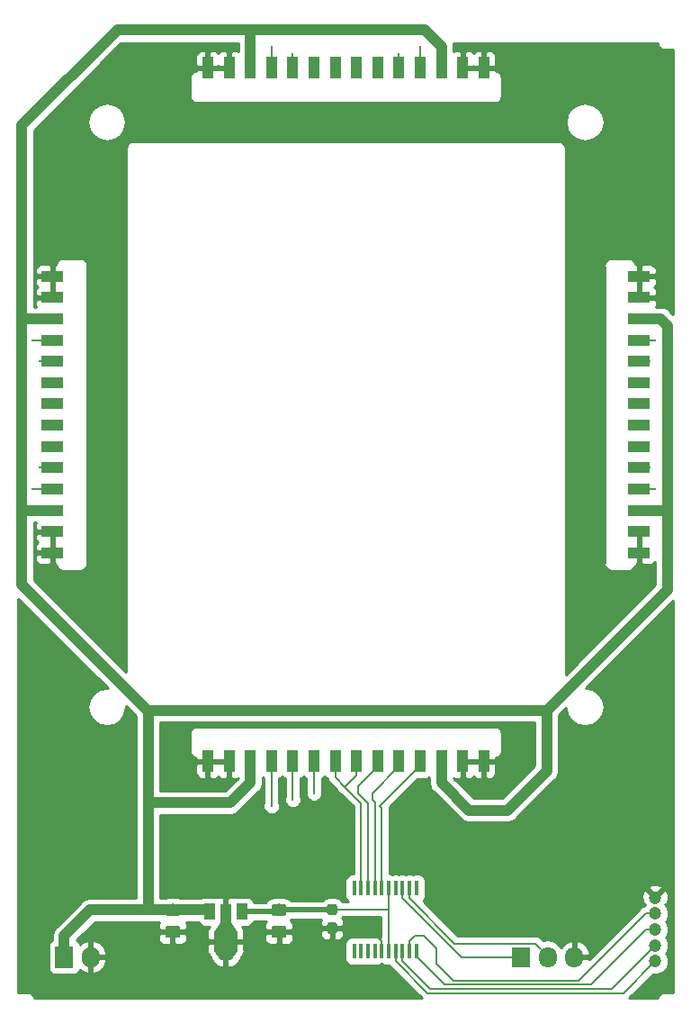
<source format=gtl>
G04 #@! TF.GenerationSoftware,KiCad,Pcbnew,(5.0.0)*
G04 #@! TF.CreationDate,2018-11-23T13:42:35+09:00*
G04 #@! TF.ProjectId,LED_hachune_1,4C45445F68616368756E655F312E6B69,rev?*
G04 #@! TF.SameCoordinates,Original*
G04 #@! TF.FileFunction,Copper,L1,Top,Signal*
G04 #@! TF.FilePolarity,Positive*
%FSLAX46Y46*%
G04 Gerber Fmt 4.6, Leading zero omitted, Abs format (unit mm)*
G04 Created by KiCad (PCBNEW (5.0.0)) date 11/23/18 13:42:35*
%MOMM*%
%LPD*%
G01*
G04 APERTURE LIST*
G04 #@! TA.AperFunction,Conductor*
%ADD10C,0.100000*%
G04 #@! TD*
G04 #@! TA.AperFunction,SMDPad,CuDef*
%ADD11C,1.150000*%
G04 #@! TD*
G04 #@! TA.AperFunction,SMDPad,CuDef*
%ADD12R,0.450000X1.450000*%
G04 #@! TD*
G04 #@! TA.AperFunction,SMDPad,CuDef*
%ADD13C,0.850000*%
G04 #@! TD*
G04 #@! TA.AperFunction,SMDPad,CuDef*
%ADD14R,1.000000X1.500000*%
G04 #@! TD*
G04 #@! TA.AperFunction,SMDPad,CuDef*
%ADD15R,1.000000X1.800000*%
G04 #@! TD*
G04 #@! TA.AperFunction,SMDPad,CuDef*
%ADD16R,2.200000X1.840000*%
G04 #@! TD*
G04 #@! TA.AperFunction,SMDPad,CuDef*
%ADD17C,1.000000*%
G04 #@! TD*
G04 #@! TA.AperFunction,SMDPad,CuDef*
%ADD18R,2.000000X1.000000*%
G04 #@! TD*
G04 #@! TA.AperFunction,SMDPad,CuDef*
%ADD19R,1.000000X2.000000*%
G04 #@! TD*
G04 #@! TA.AperFunction,SMDPad,CuDef*
%ADD20C,0.950000*%
G04 #@! TD*
G04 #@! TA.AperFunction,ComponentPad*
%ADD21R,1.700000X2.000000*%
G04 #@! TD*
G04 #@! TA.AperFunction,ComponentPad*
%ADD22O,1.700000X2.000000*%
G04 #@! TD*
G04 #@! TA.AperFunction,ComponentPad*
%ADD23R,1.700000X1.950000*%
G04 #@! TD*
G04 #@! TA.AperFunction,ComponentPad*
%ADD24O,1.700000X1.950000*%
G04 #@! TD*
G04 #@! TA.AperFunction,ComponentPad*
%ADD25C,1.200000*%
G04 #@! TD*
G04 #@! TA.AperFunction,ViaPad*
%ADD26C,1.500000*%
G04 #@! TD*
G04 #@! TA.AperFunction,ViaPad*
%ADD27C,0.300000*%
G04 #@! TD*
G04 #@! TA.AperFunction,Conductor*
%ADD28C,0.200000*%
G04 #@! TD*
G04 #@! TA.AperFunction,Conductor*
%ADD29C,0.500000*%
G04 #@! TD*
G04 #@! TA.AperFunction,Conductor*
%ADD30C,1.000000*%
G04 #@! TD*
G04 #@! TA.AperFunction,Conductor*
%ADD31C,0.254000*%
G04 #@! TD*
G04 APERTURE END LIST*
D10*
G04 #@! TO.N,GND*
G04 #@! TO.C,C5*
G36*
X65174505Y-133051204D02*
X65198773Y-133054804D01*
X65222572Y-133060765D01*
X65245671Y-133069030D01*
X65267850Y-133079520D01*
X65288893Y-133092132D01*
X65308599Y-133106747D01*
X65326777Y-133123223D01*
X65343253Y-133141401D01*
X65357868Y-133161107D01*
X65370480Y-133182150D01*
X65380970Y-133204329D01*
X65389235Y-133227428D01*
X65395196Y-133251227D01*
X65398796Y-133275495D01*
X65400000Y-133299999D01*
X65400000Y-133950001D01*
X65398796Y-133974505D01*
X65395196Y-133998773D01*
X65389235Y-134022572D01*
X65380970Y-134045671D01*
X65370480Y-134067850D01*
X65357868Y-134088893D01*
X65343253Y-134108599D01*
X65326777Y-134126777D01*
X65308599Y-134143253D01*
X65288893Y-134157868D01*
X65267850Y-134170480D01*
X65245671Y-134180970D01*
X65222572Y-134189235D01*
X65198773Y-134195196D01*
X65174505Y-134198796D01*
X65150001Y-134200000D01*
X64249999Y-134200000D01*
X64225495Y-134198796D01*
X64201227Y-134195196D01*
X64177428Y-134189235D01*
X64154329Y-134180970D01*
X64132150Y-134170480D01*
X64111107Y-134157868D01*
X64091401Y-134143253D01*
X64073223Y-134126777D01*
X64056747Y-134108599D01*
X64042132Y-134088893D01*
X64029520Y-134067850D01*
X64019030Y-134045671D01*
X64010765Y-134022572D01*
X64004804Y-133998773D01*
X64001204Y-133974505D01*
X64000000Y-133950001D01*
X64000000Y-133299999D01*
X64001204Y-133275495D01*
X64004804Y-133251227D01*
X64010765Y-133227428D01*
X64019030Y-133204329D01*
X64029520Y-133182150D01*
X64042132Y-133161107D01*
X64056747Y-133141401D01*
X64073223Y-133123223D01*
X64091401Y-133106747D01*
X64111107Y-133092132D01*
X64132150Y-133079520D01*
X64154329Y-133069030D01*
X64177428Y-133060765D01*
X64201227Y-133054804D01*
X64225495Y-133051204D01*
X64249999Y-133050000D01*
X65150001Y-133050000D01*
X65174505Y-133051204D01*
X65174505Y-133051204D01*
G37*
D11*
G04 #@! TD*
G04 #@! TO.P,C5,2*
G04 #@! TO.N,GND*
X64700000Y-133625000D03*
D10*
G04 #@! TO.N,+BATT*
G04 #@! TO.C,C5*
G36*
X65174505Y-131001204D02*
X65198773Y-131004804D01*
X65222572Y-131010765D01*
X65245671Y-131019030D01*
X65267850Y-131029520D01*
X65288893Y-131042132D01*
X65308599Y-131056747D01*
X65326777Y-131073223D01*
X65343253Y-131091401D01*
X65357868Y-131111107D01*
X65370480Y-131132150D01*
X65380970Y-131154329D01*
X65389235Y-131177428D01*
X65395196Y-131201227D01*
X65398796Y-131225495D01*
X65400000Y-131249999D01*
X65400000Y-131900001D01*
X65398796Y-131924505D01*
X65395196Y-131948773D01*
X65389235Y-131972572D01*
X65380970Y-131995671D01*
X65370480Y-132017850D01*
X65357868Y-132038893D01*
X65343253Y-132058599D01*
X65326777Y-132076777D01*
X65308599Y-132093253D01*
X65288893Y-132107868D01*
X65267850Y-132120480D01*
X65245671Y-132130970D01*
X65222572Y-132139235D01*
X65198773Y-132145196D01*
X65174505Y-132148796D01*
X65150001Y-132150000D01*
X64249999Y-132150000D01*
X64225495Y-132148796D01*
X64201227Y-132145196D01*
X64177428Y-132139235D01*
X64154329Y-132130970D01*
X64132150Y-132120480D01*
X64111107Y-132107868D01*
X64091401Y-132093253D01*
X64073223Y-132076777D01*
X64056747Y-132058599D01*
X64042132Y-132038893D01*
X64029520Y-132017850D01*
X64019030Y-131995671D01*
X64010765Y-131972572D01*
X64004804Y-131948773D01*
X64001204Y-131924505D01*
X64000000Y-131900001D01*
X64000000Y-131249999D01*
X64001204Y-131225495D01*
X64004804Y-131201227D01*
X64010765Y-131177428D01*
X64019030Y-131154329D01*
X64029520Y-131132150D01*
X64042132Y-131111107D01*
X64056747Y-131091401D01*
X64073223Y-131073223D01*
X64091401Y-131056747D01*
X64111107Y-131042132D01*
X64132150Y-131029520D01*
X64154329Y-131019030D01*
X64177428Y-131010765D01*
X64201227Y-131004804D01*
X64225495Y-131001204D01*
X64249999Y-131000000D01*
X65150001Y-131000000D01*
X65174505Y-131001204D01*
X65174505Y-131001204D01*
G37*
D11*
G04 #@! TD*
G04 #@! TO.P,C5,1*
G04 #@! TO.N,+BATT*
X64700000Y-131575000D03*
D10*
G04 #@! TO.N,+3V3*
G04 #@! TO.C,C1*
G36*
X75174505Y-131001204D02*
X75198773Y-131004804D01*
X75222572Y-131010765D01*
X75245671Y-131019030D01*
X75267850Y-131029520D01*
X75288893Y-131042132D01*
X75308599Y-131056747D01*
X75326777Y-131073223D01*
X75343253Y-131091401D01*
X75357868Y-131111107D01*
X75370480Y-131132150D01*
X75380970Y-131154329D01*
X75389235Y-131177428D01*
X75395196Y-131201227D01*
X75398796Y-131225495D01*
X75400000Y-131249999D01*
X75400000Y-131900001D01*
X75398796Y-131924505D01*
X75395196Y-131948773D01*
X75389235Y-131972572D01*
X75380970Y-131995671D01*
X75370480Y-132017850D01*
X75357868Y-132038893D01*
X75343253Y-132058599D01*
X75326777Y-132076777D01*
X75308599Y-132093253D01*
X75288893Y-132107868D01*
X75267850Y-132120480D01*
X75245671Y-132130970D01*
X75222572Y-132139235D01*
X75198773Y-132145196D01*
X75174505Y-132148796D01*
X75150001Y-132150000D01*
X74249999Y-132150000D01*
X74225495Y-132148796D01*
X74201227Y-132145196D01*
X74177428Y-132139235D01*
X74154329Y-132130970D01*
X74132150Y-132120480D01*
X74111107Y-132107868D01*
X74091401Y-132093253D01*
X74073223Y-132076777D01*
X74056747Y-132058599D01*
X74042132Y-132038893D01*
X74029520Y-132017850D01*
X74019030Y-131995671D01*
X74010765Y-131972572D01*
X74004804Y-131948773D01*
X74001204Y-131924505D01*
X74000000Y-131900001D01*
X74000000Y-131249999D01*
X74001204Y-131225495D01*
X74004804Y-131201227D01*
X74010765Y-131177428D01*
X74019030Y-131154329D01*
X74029520Y-131132150D01*
X74042132Y-131111107D01*
X74056747Y-131091401D01*
X74073223Y-131073223D01*
X74091401Y-131056747D01*
X74111107Y-131042132D01*
X74132150Y-131029520D01*
X74154329Y-131019030D01*
X74177428Y-131010765D01*
X74201227Y-131004804D01*
X74225495Y-131001204D01*
X74249999Y-131000000D01*
X75150001Y-131000000D01*
X75174505Y-131001204D01*
X75174505Y-131001204D01*
G37*
D11*
G04 #@! TD*
G04 #@! TO.P,C1,1*
G04 #@! TO.N,+3V3*
X74700000Y-131575000D03*
D10*
G04 #@! TO.N,GND*
G04 #@! TO.C,C1*
G36*
X75174505Y-133051204D02*
X75198773Y-133054804D01*
X75222572Y-133060765D01*
X75245671Y-133069030D01*
X75267850Y-133079520D01*
X75288893Y-133092132D01*
X75308599Y-133106747D01*
X75326777Y-133123223D01*
X75343253Y-133141401D01*
X75357868Y-133161107D01*
X75370480Y-133182150D01*
X75380970Y-133204329D01*
X75389235Y-133227428D01*
X75395196Y-133251227D01*
X75398796Y-133275495D01*
X75400000Y-133299999D01*
X75400000Y-133950001D01*
X75398796Y-133974505D01*
X75395196Y-133998773D01*
X75389235Y-134022572D01*
X75380970Y-134045671D01*
X75370480Y-134067850D01*
X75357868Y-134088893D01*
X75343253Y-134108599D01*
X75326777Y-134126777D01*
X75308599Y-134143253D01*
X75288893Y-134157868D01*
X75267850Y-134170480D01*
X75245671Y-134180970D01*
X75222572Y-134189235D01*
X75198773Y-134195196D01*
X75174505Y-134198796D01*
X75150001Y-134200000D01*
X74249999Y-134200000D01*
X74225495Y-134198796D01*
X74201227Y-134195196D01*
X74177428Y-134189235D01*
X74154329Y-134180970D01*
X74132150Y-134170480D01*
X74111107Y-134157868D01*
X74091401Y-134143253D01*
X74073223Y-134126777D01*
X74056747Y-134108599D01*
X74042132Y-134088893D01*
X74029520Y-134067850D01*
X74019030Y-134045671D01*
X74010765Y-134022572D01*
X74004804Y-133998773D01*
X74001204Y-133974505D01*
X74000000Y-133950001D01*
X74000000Y-133299999D01*
X74001204Y-133275495D01*
X74004804Y-133251227D01*
X74010765Y-133227428D01*
X74019030Y-133204329D01*
X74029520Y-133182150D01*
X74042132Y-133161107D01*
X74056747Y-133141401D01*
X74073223Y-133123223D01*
X74091401Y-133106747D01*
X74111107Y-133092132D01*
X74132150Y-133079520D01*
X74154329Y-133069030D01*
X74177428Y-133060765D01*
X74201227Y-133054804D01*
X74225495Y-133051204D01*
X74249999Y-133050000D01*
X75150001Y-133050000D01*
X75174505Y-133051204D01*
X75174505Y-133051204D01*
G37*
D11*
G04 #@! TD*
G04 #@! TO.P,C1,2*
G04 #@! TO.N,GND*
X74700000Y-133625000D03*
D12*
G04 #@! TO.P,U1,1*
G04 #@! TO.N,Net-(U1-Pad1)*
X87625000Y-129550000D03*
G04 #@! TO.P,U1,2*
G04 #@! TO.N,/SDA*
X86975000Y-129550000D03*
G04 #@! TO.P,U1,3*
G04 #@! TO.N,/SCL*
X86325000Y-129550000D03*
G04 #@! TO.P,U1,4*
G04 #@! TO.N,/NRST*
X85675000Y-129550000D03*
G04 #@! TO.P,U1,5*
G04 #@! TO.N,+3V3*
X85025000Y-129550000D03*
G04 #@! TO.P,U1,6*
G04 #@! TO.N,/LED_0*
X84375000Y-129550000D03*
G04 #@! TO.P,U1,7*
G04 #@! TO.N,/LED_1*
X83725000Y-129550000D03*
G04 #@! TO.P,U1,8*
G04 #@! TO.N,/LED_2*
X83075000Y-129550000D03*
G04 #@! TO.P,U1,9*
G04 #@! TO.N,/LED_3*
X82425000Y-129550000D03*
G04 #@! TO.P,U1,10*
G04 #@! TO.N,Net-(U1-Pad10)*
X81775000Y-129550000D03*
G04 #@! TO.P,U1,11*
G04 #@! TO.N,Net-(U1-Pad11)*
X81775000Y-135450000D03*
G04 #@! TO.P,U1,12*
G04 #@! TO.N,Net-(U1-Pad12)*
X82425000Y-135450000D03*
G04 #@! TO.P,U1,13*
G04 #@! TO.N,Net-(U1-Pad13)*
X83075000Y-135450000D03*
G04 #@! TO.P,U1,14*
G04 #@! TO.N,Net-(U1-Pad14)*
X83725000Y-135450000D03*
G04 #@! TO.P,U1,15*
G04 #@! TO.N,GND*
X84375000Y-135450000D03*
G04 #@! TO.P,U1,16*
G04 #@! TO.N,+3V3*
X85025000Y-135450000D03*
G04 #@! TO.P,U1,17*
G04 #@! TO.N,/TX*
X85675000Y-135450000D03*
G04 #@! TO.P,U1,18*
G04 #@! TO.N,/RX*
X86325000Y-135450000D03*
G04 #@! TO.P,U1,19*
G04 #@! TO.N,/SWDIO*
X86975000Y-135450000D03*
G04 #@! TO.P,U1,20*
G04 #@! TO.N,/SWCLK*
X87625000Y-135450000D03*
G04 #@! TD*
D13*
G04 #@! TO.P,U2,2*
G04 #@! TO.N,GND*
X69700000Y-135867000D03*
D10*
G04 #@! TD*
G04 #@! TO.N,GND*
G04 #@! TO.C,U2*
G36*
X70800000Y-135442000D02*
X70200000Y-136292000D01*
X69200000Y-136292000D01*
X68600000Y-135442000D01*
X70800000Y-135442000D01*
X70800000Y-135442000D01*
G37*
D14*
G04 #@! TO.P,U2,1*
G04 #@! TO.N,+3V3*
X71200000Y-131720000D03*
D15*
G04 #@! TO.P,U2,2*
G04 #@! TO.N,GND*
X69700000Y-131866500D03*
D14*
G04 #@! TO.P,U2,3*
G04 #@! TO.N,+BATT*
X68200000Y-131720000D03*
D16*
G04 #@! TO.P,U2,2*
G04 #@! TO.N,GND*
X69700000Y-134533500D03*
D17*
X69700000Y-133123800D03*
D10*
G04 #@! TD*
G04 #@! TO.N,GND*
G04 #@! TO.C,U2*
G36*
X68600000Y-133623800D02*
X69300000Y-132623800D01*
X70100000Y-132623800D01*
X70800000Y-133623800D01*
X68600000Y-133623800D01*
X68600000Y-133623800D01*
G37*
D18*
G04 #@! TO.P,J10,1*
G04 #@! TO.N,GND*
X108600000Y-72000000D03*
G04 #@! TO.P,J10,2*
X108600000Y-74000000D03*
G04 #@! TO.P,J10,3*
G04 #@! TO.N,+BATT*
X108600000Y-76000000D03*
G04 #@! TO.P,J10,4*
G04 #@! TO.N,/LED_0*
X108600000Y-78000000D03*
G04 #@! TO.P,J10,5*
G04 #@! TO.N,/LED_1*
X108600000Y-80000000D03*
G04 #@! TO.P,J10,6*
G04 #@! TO.N,/LED_2*
X108600000Y-82000000D03*
G04 #@! TO.P,J10,7*
G04 #@! TO.N,/LED_3*
X108600000Y-84000000D03*
G04 #@! TO.P,J10,8*
X108600000Y-86000000D03*
G04 #@! TO.P,J10,9*
G04 #@! TO.N,/LED_2*
X108600000Y-88000000D03*
G04 #@! TO.P,J10,10*
G04 #@! TO.N,/LED_1*
X108600000Y-90000000D03*
G04 #@! TO.P,J10,11*
G04 #@! TO.N,/LED_0*
X108600000Y-92000000D03*
G04 #@! TO.P,J10,12*
G04 #@! TO.N,+BATT*
X108600000Y-94000000D03*
G04 #@! TO.P,J10,13*
G04 #@! TO.N,GND*
X108600000Y-96000000D03*
G04 #@! TO.P,J10,14*
X108600000Y-98000000D03*
G04 #@! TD*
D19*
G04 #@! TO.P,J11,1*
G04 #@! TO.N,GND*
X94000000Y-117600000D03*
G04 #@! TO.P,J11,2*
X92000000Y-117600000D03*
G04 #@! TO.P,J11,3*
G04 #@! TO.N,+BATT*
X90000000Y-117600000D03*
G04 #@! TO.P,J11,4*
G04 #@! TO.N,/LED_0*
X88000000Y-117600000D03*
G04 #@! TO.P,J11,5*
G04 #@! TO.N,/LED_1*
X86000000Y-117600000D03*
G04 #@! TO.P,J11,6*
G04 #@! TO.N,/LED_2*
X84000000Y-117600000D03*
G04 #@! TO.P,J11,7*
G04 #@! TO.N,/LED_3*
X82000000Y-117600000D03*
G04 #@! TO.P,J11,8*
X80000000Y-117600000D03*
G04 #@! TO.P,J11,9*
G04 #@! TO.N,/LED_2*
X78000000Y-117600000D03*
G04 #@! TO.P,J11,10*
G04 #@! TO.N,/LED_1*
X76000000Y-117600000D03*
G04 #@! TO.P,J11,11*
G04 #@! TO.N,/LED_0*
X74000000Y-117600000D03*
G04 #@! TO.P,J11,12*
G04 #@! TO.N,+BATT*
X72000000Y-117600000D03*
G04 #@! TO.P,J11,13*
G04 #@! TO.N,GND*
X70000000Y-117600000D03*
G04 #@! TO.P,J11,14*
X68000000Y-117600000D03*
G04 #@! TD*
D18*
G04 #@! TO.P,J5,1*
G04 #@! TO.N,GND*
X53400000Y-98000000D03*
G04 #@! TO.P,J5,2*
X53400000Y-96000000D03*
G04 #@! TO.P,J5,3*
G04 #@! TO.N,+BATT*
X53400000Y-94000000D03*
G04 #@! TO.P,J5,4*
G04 #@! TO.N,/LED_0*
X53400000Y-92000000D03*
G04 #@! TO.P,J5,5*
G04 #@! TO.N,/LED_1*
X53400000Y-90000000D03*
G04 #@! TO.P,J5,6*
G04 #@! TO.N,/LED_2*
X53400000Y-88000000D03*
G04 #@! TO.P,J5,7*
G04 #@! TO.N,/LED_3*
X53400000Y-86000000D03*
G04 #@! TO.P,J5,8*
X53400000Y-84000000D03*
G04 #@! TO.P,J5,9*
G04 #@! TO.N,/LED_2*
X53400000Y-82000000D03*
G04 #@! TO.P,J5,10*
G04 #@! TO.N,/LED_1*
X53400000Y-80000000D03*
G04 #@! TO.P,J5,11*
G04 #@! TO.N,/LED_0*
X53400000Y-78000000D03*
G04 #@! TO.P,J5,12*
G04 #@! TO.N,+BATT*
X53400000Y-76000000D03*
G04 #@! TO.P,J5,13*
G04 #@! TO.N,GND*
X53400000Y-74000000D03*
G04 #@! TO.P,J5,14*
X53400000Y-72000000D03*
G04 #@! TD*
D19*
G04 #@! TO.P,J9,14*
G04 #@! TO.N,GND*
X94000000Y-52400000D03*
G04 #@! TO.P,J9,13*
X92000000Y-52400000D03*
G04 #@! TO.P,J9,12*
G04 #@! TO.N,+BATT*
X90000000Y-52400000D03*
G04 #@! TO.P,J9,11*
G04 #@! TO.N,/LED_0*
X88000000Y-52400000D03*
G04 #@! TO.P,J9,10*
G04 #@! TO.N,/LED_1*
X86000000Y-52400000D03*
G04 #@! TO.P,J9,9*
G04 #@! TO.N,/LED_2*
X84000000Y-52400000D03*
G04 #@! TO.P,J9,8*
G04 #@! TO.N,/LED_3*
X82000000Y-52400000D03*
G04 #@! TO.P,J9,7*
X80000000Y-52400000D03*
G04 #@! TO.P,J9,6*
G04 #@! TO.N,/LED_2*
X78000000Y-52400000D03*
G04 #@! TO.P,J9,5*
G04 #@! TO.N,/LED_1*
X76000000Y-52400000D03*
G04 #@! TO.P,J9,4*
G04 #@! TO.N,/LED_0*
X74000000Y-52400000D03*
G04 #@! TO.P,J9,3*
G04 #@! TO.N,+BATT*
X72000000Y-52400000D03*
G04 #@! TO.P,J9,2*
G04 #@! TO.N,GND*
X70000000Y-52400000D03*
G04 #@! TO.P,J9,1*
X68000000Y-52400000D03*
G04 #@! TD*
D10*
G04 #@! TO.N,+3V3*
G04 #@! TO.C,C2*
G36*
X79960779Y-131001144D02*
X79983834Y-131004563D01*
X80006443Y-131010227D01*
X80028387Y-131018079D01*
X80049457Y-131028044D01*
X80069448Y-131040026D01*
X80088168Y-131053910D01*
X80105438Y-131069562D01*
X80121090Y-131086832D01*
X80134974Y-131105552D01*
X80146956Y-131125543D01*
X80156921Y-131146613D01*
X80164773Y-131168557D01*
X80170437Y-131191166D01*
X80173856Y-131214221D01*
X80175000Y-131237500D01*
X80175000Y-131812500D01*
X80173856Y-131835779D01*
X80170437Y-131858834D01*
X80164773Y-131881443D01*
X80156921Y-131903387D01*
X80146956Y-131924457D01*
X80134974Y-131944448D01*
X80121090Y-131963168D01*
X80105438Y-131980438D01*
X80088168Y-131996090D01*
X80069448Y-132009974D01*
X80049457Y-132021956D01*
X80028387Y-132031921D01*
X80006443Y-132039773D01*
X79983834Y-132045437D01*
X79960779Y-132048856D01*
X79937500Y-132050000D01*
X79462500Y-132050000D01*
X79439221Y-132048856D01*
X79416166Y-132045437D01*
X79393557Y-132039773D01*
X79371613Y-132031921D01*
X79350543Y-132021956D01*
X79330552Y-132009974D01*
X79311832Y-131996090D01*
X79294562Y-131980438D01*
X79278910Y-131963168D01*
X79265026Y-131944448D01*
X79253044Y-131924457D01*
X79243079Y-131903387D01*
X79235227Y-131881443D01*
X79229563Y-131858834D01*
X79226144Y-131835779D01*
X79225000Y-131812500D01*
X79225000Y-131237500D01*
X79226144Y-131214221D01*
X79229563Y-131191166D01*
X79235227Y-131168557D01*
X79243079Y-131146613D01*
X79253044Y-131125543D01*
X79265026Y-131105552D01*
X79278910Y-131086832D01*
X79294562Y-131069562D01*
X79311832Y-131053910D01*
X79330552Y-131040026D01*
X79350543Y-131028044D01*
X79371613Y-131018079D01*
X79393557Y-131010227D01*
X79416166Y-131004563D01*
X79439221Y-131001144D01*
X79462500Y-131000000D01*
X79937500Y-131000000D01*
X79960779Y-131001144D01*
X79960779Y-131001144D01*
G37*
D20*
G04 #@! TD*
G04 #@! TO.P,C2,1*
G04 #@! TO.N,+3V3*
X79700000Y-131525000D03*
D10*
G04 #@! TO.N,GND*
G04 #@! TO.C,C2*
G36*
X79960779Y-132751144D02*
X79983834Y-132754563D01*
X80006443Y-132760227D01*
X80028387Y-132768079D01*
X80049457Y-132778044D01*
X80069448Y-132790026D01*
X80088168Y-132803910D01*
X80105438Y-132819562D01*
X80121090Y-132836832D01*
X80134974Y-132855552D01*
X80146956Y-132875543D01*
X80156921Y-132896613D01*
X80164773Y-132918557D01*
X80170437Y-132941166D01*
X80173856Y-132964221D01*
X80175000Y-132987500D01*
X80175000Y-133562500D01*
X80173856Y-133585779D01*
X80170437Y-133608834D01*
X80164773Y-133631443D01*
X80156921Y-133653387D01*
X80146956Y-133674457D01*
X80134974Y-133694448D01*
X80121090Y-133713168D01*
X80105438Y-133730438D01*
X80088168Y-133746090D01*
X80069448Y-133759974D01*
X80049457Y-133771956D01*
X80028387Y-133781921D01*
X80006443Y-133789773D01*
X79983834Y-133795437D01*
X79960779Y-133798856D01*
X79937500Y-133800000D01*
X79462500Y-133800000D01*
X79439221Y-133798856D01*
X79416166Y-133795437D01*
X79393557Y-133789773D01*
X79371613Y-133781921D01*
X79350543Y-133771956D01*
X79330552Y-133759974D01*
X79311832Y-133746090D01*
X79294562Y-133730438D01*
X79278910Y-133713168D01*
X79265026Y-133694448D01*
X79253044Y-133674457D01*
X79243079Y-133653387D01*
X79235227Y-133631443D01*
X79229563Y-133608834D01*
X79226144Y-133585779D01*
X79225000Y-133562500D01*
X79225000Y-132987500D01*
X79226144Y-132964221D01*
X79229563Y-132941166D01*
X79235227Y-132918557D01*
X79243079Y-132896613D01*
X79253044Y-132875543D01*
X79265026Y-132855552D01*
X79278910Y-132836832D01*
X79294562Y-132819562D01*
X79311832Y-132803910D01*
X79330552Y-132790026D01*
X79350543Y-132778044D01*
X79371613Y-132768079D01*
X79393557Y-132760227D01*
X79416166Y-132754563D01*
X79439221Y-132751144D01*
X79462500Y-132750000D01*
X79937500Y-132750000D01*
X79960779Y-132751144D01*
X79960779Y-132751144D01*
G37*
D20*
G04 #@! TD*
G04 #@! TO.P,C2,2*
G04 #@! TO.N,GND*
X79700000Y-133275000D03*
D21*
G04 #@! TO.P,J1,1*
G04 #@! TO.N,+BATT*
X54500000Y-136000000D03*
D22*
G04 #@! TO.P,J1,2*
G04 #@! TO.N,GND*
X57000000Y-136000000D03*
G04 #@! TD*
D23*
G04 #@! TO.P,J2,1*
G04 #@! TO.N,/SCL*
X97500000Y-136000000D03*
D24*
G04 #@! TO.P,J2,2*
G04 #@! TO.N,/SDA*
X100000000Y-136000000D03*
G04 #@! TO.P,J2,3*
G04 #@! TO.N,GND*
X102500000Y-136000000D03*
G04 #@! TD*
D25*
G04 #@! TO.P,J3,1*
G04 #@! TO.N,/TX*
X110100000Y-136400000D03*
G04 #@! TO.P,J3,2*
G04 #@! TO.N,/RX*
X110100000Y-134900000D03*
G04 #@! TO.P,J3,3*
G04 #@! TO.N,/SWCLK*
X110100000Y-133400000D03*
G04 #@! TO.P,J3,4*
G04 #@! TO.N,/SWDIO*
X110100000Y-131900000D03*
G04 #@! TO.P,J3,5*
G04 #@! TO.N,GND*
X110100000Y-130400000D03*
G04 #@! TD*
D26*
G04 #@! TO.N,GND*
X54653200Y-69000000D03*
X54653200Y-101000000D03*
X64500000Y-116000000D03*
X97500000Y-116000000D03*
X107246800Y-102000000D03*
X107500000Y-68000000D03*
X97500000Y-54000000D03*
X64500000Y-54000000D03*
D27*
G04 #@! TO.N,/LED_0*
X84178200Y-121800000D03*
X88000000Y-50400000D03*
X74000000Y-50400000D03*
X51500000Y-78000000D03*
X51500000Y-92000000D03*
X74000000Y-121800000D03*
X110100000Y-78000000D03*
X110100000Y-92000000D03*
G04 #@! TO.N,/LED_1*
X83500000Y-121200000D03*
X86000000Y-51100000D03*
X76000000Y-51100000D03*
X52200000Y-90000000D03*
X52200000Y-80000000D03*
X109600000Y-80000000D03*
X109600000Y-90000000D03*
X76000000Y-121200000D03*
G04 #@! TO.N,/LED_2*
X82120461Y-120579539D03*
X84000000Y-51700000D03*
X78000000Y-51700000D03*
X52900000Y-82000000D03*
X52900000Y-88000000D03*
X108900000Y-88000000D03*
X108900000Y-82000000D03*
X78000000Y-120579539D03*
G04 #@! TO.N,/LED_3*
X80900000Y-120000000D03*
X82000000Y-52400000D03*
X80000000Y-52400000D03*
X53600000Y-86000000D03*
X53600000Y-84000000D03*
X108300000Y-84000000D03*
X108300000Y-86000000D03*
G04 #@! TD*
D28*
G04 #@! TO.N,/TX*
X85675000Y-136375000D02*
X85675000Y-135450000D01*
X88709630Y-139409630D02*
X85675000Y-136375000D01*
X107090370Y-139409630D02*
X88709630Y-139409630D01*
X110100000Y-136400000D02*
X107090370Y-139409630D01*
G04 #@! TO.N,/RX*
X109500001Y-135499999D02*
X110100000Y-134900000D01*
X105993580Y-139006420D02*
X109500001Y-135499999D01*
X88956420Y-139006420D02*
X105993580Y-139006420D01*
X86325000Y-136375000D02*
X88956420Y-139006420D01*
X86325000Y-135450000D02*
X86325000Y-136375000D01*
G04 #@! TO.N,/SWCLK*
X87625000Y-135950000D02*
X87625000Y-135450000D01*
X90278210Y-138603210D02*
X87625000Y-135950000D01*
X104048262Y-138603210D02*
X90278210Y-138603210D01*
X109251472Y-133400000D02*
X104048262Y-138603210D01*
X110100000Y-133400000D02*
X109251472Y-133400000D01*
G04 #@! TO.N,/SWDIO*
X86975000Y-134525000D02*
X87500000Y-134000000D01*
X86975000Y-135450000D02*
X86975000Y-134525000D01*
X87500000Y-134000000D02*
X88300000Y-134000000D01*
X88300000Y-134000000D02*
X89500000Y-135200000D01*
X89500000Y-135200000D02*
X89500000Y-136600000D01*
X89500000Y-136600000D02*
X91100000Y-138200000D01*
X110100000Y-131900000D02*
X109200000Y-131900000D01*
X102900000Y-138200000D02*
X102700000Y-138200000D01*
X109200000Y-131900000D02*
X102900000Y-138200000D01*
X91100000Y-138200000D02*
X102700000Y-138200000D01*
G04 #@! TO.N,GND*
X53400000Y-74000000D02*
X53400000Y-72000000D01*
X53400000Y-72000000D02*
X53400000Y-69600000D01*
X53400000Y-69600000D02*
X54053200Y-69600000D01*
X54053200Y-69600000D02*
X54653200Y-69000000D01*
X53400000Y-98000000D02*
X53400000Y-99746800D01*
X53400000Y-99746800D02*
X54653200Y-101000000D01*
X70000000Y-117600000D02*
X68000000Y-117600000D01*
X68000000Y-117600000D02*
X66100000Y-117600000D01*
X66100000Y-117600000D02*
X64500000Y-116000000D01*
X92000000Y-117600000D02*
X94000000Y-117600000D01*
X94000000Y-117600000D02*
X95900000Y-117600000D01*
X95900000Y-117600000D02*
X97500000Y-116000000D01*
X108600000Y-96000000D02*
X108600000Y-98000000D01*
X108600000Y-98000000D02*
X108600000Y-100646800D01*
X108600000Y-100646800D02*
X107246800Y-102000000D01*
X108600000Y-74000000D02*
X108600000Y-72000000D01*
X108600000Y-72000000D02*
X108600000Y-69100000D01*
X108600000Y-69100000D02*
X107500000Y-68000000D01*
X92000000Y-52400000D02*
X94000000Y-52400000D01*
X94000000Y-52400000D02*
X95900000Y-52400000D01*
X95900000Y-52400000D02*
X97500000Y-54000000D01*
X70000000Y-52400000D02*
X68000000Y-52400000D01*
X68000000Y-52400000D02*
X66100000Y-52400000D01*
X66100000Y-52400000D02*
X64500000Y-54000000D01*
X84375000Y-134525000D02*
X84375000Y-135450000D01*
X83125000Y-133275000D02*
X84375000Y-134525000D01*
X79700000Y-133275000D02*
X83125000Y-133275000D01*
D29*
G04 #@! TO.N,+3V3*
X74555000Y-131720000D02*
X74700000Y-131575000D01*
X71200000Y-131720000D02*
X74555000Y-131720000D01*
X79650000Y-131575000D02*
X79700000Y-131525000D01*
X74700000Y-131575000D02*
X79650000Y-131575000D01*
D28*
X84900000Y-131525000D02*
X85025000Y-131400000D01*
X79700000Y-131525000D02*
X84900000Y-131525000D01*
X85025000Y-129550000D02*
X85025000Y-131400000D01*
X85025000Y-131400000D02*
X85025000Y-135450000D01*
D30*
G04 #@! TO.N,+BATT*
X63900000Y-131575000D02*
X64700000Y-131575000D01*
X54500000Y-134000000D02*
X56925000Y-131575000D01*
X54500000Y-136000000D02*
X54500000Y-134000000D01*
X68055000Y-131575000D02*
X68200000Y-131720000D01*
X64700000Y-131575000D02*
X68055000Y-131575000D01*
X62400000Y-131575000D02*
X63900000Y-131575000D01*
X56925000Y-131575000D02*
X62400000Y-131575000D01*
X72000000Y-52400000D02*
X72000000Y-50400000D01*
X50500000Y-101000000D02*
X62300000Y-112800000D01*
X62400000Y-112900000D02*
X62300000Y-112800000D01*
X70100000Y-121500000D02*
X62400000Y-121500000D01*
X72000000Y-119600000D02*
X70100000Y-121500000D01*
X72000000Y-117600000D02*
X72000000Y-119600000D01*
X62400000Y-131575000D02*
X62400000Y-121500000D01*
X62400000Y-121500000D02*
X62400000Y-112900000D01*
X110600000Y-76000000D02*
X108600000Y-76000000D01*
X111253201Y-76653201D02*
X110600000Y-76000000D01*
X62300000Y-112800000D02*
X99900000Y-112800000D01*
X110600000Y-94000000D02*
X111253201Y-94000000D01*
X108600000Y-94000000D02*
X110600000Y-94000000D01*
X111253201Y-94000000D02*
X111253201Y-76653201D01*
X90000000Y-119600000D02*
X92600000Y-122200000D01*
X90000000Y-117600000D02*
X90000000Y-119600000D01*
X92600000Y-122200000D02*
X96200000Y-122200000D01*
X99900000Y-118500000D02*
X99900000Y-112800000D01*
X96200000Y-122200000D02*
X99900000Y-118500000D01*
X111253201Y-101446799D02*
X99900000Y-112800000D01*
X111253201Y-94000000D02*
X111253201Y-101446799D01*
X53400000Y-94000000D02*
X50500000Y-94000000D01*
X50500000Y-94000000D02*
X50500000Y-101000000D01*
X53400000Y-76000000D02*
X50500000Y-76000000D01*
X50500000Y-76000000D02*
X50500000Y-94000000D01*
X90000000Y-50400000D02*
X90000000Y-52400000D01*
X88400000Y-48800000D02*
X90000000Y-50400000D01*
X50500000Y-57800000D02*
X59500000Y-48800000D01*
X50500000Y-76000000D02*
X50500000Y-57800000D01*
X72000000Y-50400000D02*
X72000000Y-48800000D01*
X59500000Y-48800000D02*
X72000000Y-48800000D01*
X72000000Y-48800000D02*
X88400000Y-48800000D01*
D28*
G04 #@! TO.N,/SDA*
X100000000Y-135875000D02*
X100000000Y-136000000D01*
X98846799Y-134721799D02*
X100000000Y-135875000D01*
X91221799Y-134721799D02*
X98846799Y-134721799D01*
X86975000Y-130475000D02*
X91221799Y-134721799D01*
X86975000Y-129550000D02*
X86975000Y-130475000D01*
G04 #@! TO.N,/SCL*
X96450000Y-136000000D02*
X97500000Y-136000000D01*
X91850000Y-136000000D02*
X96450000Y-136000000D01*
X86325000Y-130475000D02*
X91850000Y-136000000D01*
X86325000Y-129550000D02*
X86325000Y-130475000D01*
G04 #@! TO.N,/LED_0*
X84375000Y-129550000D02*
X84375000Y-121996800D01*
X84375000Y-121996800D02*
X84178200Y-121800000D01*
X88000000Y-117978200D02*
X88000000Y-117600000D01*
X84178200Y-121800000D02*
X88000000Y-117978200D01*
X88000000Y-52400000D02*
X88000000Y-50400000D01*
X74000000Y-52400000D02*
X74000000Y-50400000D01*
X53400000Y-78000000D02*
X51500000Y-78000000D01*
X53400000Y-92000000D02*
X51500000Y-92000000D01*
X74000000Y-117600000D02*
X74000000Y-121800000D01*
X108600000Y-78000000D02*
X110100000Y-78000000D01*
X108600000Y-92000000D02*
X110100000Y-92000000D01*
G04 #@! TO.N,/LED_1*
X83725000Y-129550000D02*
X83725000Y-121425000D01*
X83725000Y-121425000D02*
X83500000Y-121200000D01*
X83500000Y-120987868D02*
X83500000Y-121200000D01*
X83500000Y-120600000D02*
X83500000Y-120987868D01*
X86000000Y-118100000D02*
X83500000Y-120600000D01*
X86000000Y-117600000D02*
X86000000Y-118100000D01*
X86000000Y-52400000D02*
X86000000Y-51100000D01*
X76000000Y-52400000D02*
X76000000Y-51100000D01*
X53400000Y-90000000D02*
X52200000Y-90000000D01*
X53400000Y-80000000D02*
X52200000Y-80000000D01*
X108600000Y-80000000D02*
X109600000Y-80000000D01*
X76000000Y-117600000D02*
X76000000Y-121200000D01*
G04 #@! TO.N,/LED_2*
X83075000Y-129550000D02*
X83075000Y-121534078D01*
X83075000Y-121534078D02*
X82120461Y-120579539D01*
X82120461Y-120367407D02*
X82120461Y-120579539D01*
X82120461Y-119979539D02*
X82120461Y-120367407D01*
X84000000Y-118100000D02*
X82120461Y-119979539D01*
X84000000Y-117600000D02*
X84000000Y-118100000D01*
X78000000Y-117600000D02*
X78000000Y-120579539D01*
G04 #@! TO.N,/LED_3*
X82425000Y-129550000D02*
X82425000Y-121525000D01*
X82425000Y-121525000D02*
X80900000Y-120000000D01*
X80000000Y-119100000D02*
X80900000Y-120000000D01*
X80000000Y-117600000D02*
X80000000Y-119100000D01*
X82000000Y-118900000D02*
X80900000Y-120000000D01*
X82000000Y-117600000D02*
X82000000Y-118900000D01*
G04 #@! TD*
D31*
G04 #@! TO.N,GND*
G36*
X58612183Y-110717314D02*
X58500000Y-110695000D01*
X57809256Y-110832397D01*
X57223672Y-111223672D01*
X56832397Y-111809256D01*
X56695000Y-112500000D01*
X56832397Y-113190744D01*
X57223672Y-113776328D01*
X57809256Y-114167603D01*
X58500000Y-114305000D01*
X59190744Y-114167603D01*
X59776328Y-113776328D01*
X60167603Y-113190744D01*
X60305000Y-112500000D01*
X60282686Y-112387817D01*
X61265001Y-113370133D01*
X61265000Y-121388217D01*
X61242765Y-121500000D01*
X61265001Y-121611788D01*
X61265000Y-130440000D01*
X57036783Y-130440000D01*
X56925000Y-130417765D01*
X56813217Y-130440000D01*
X56482145Y-130505854D01*
X56106711Y-130756711D01*
X56043389Y-130851479D01*
X53776480Y-133118389D01*
X53681712Y-133181711D01*
X53599449Y-133304827D01*
X53430854Y-133557146D01*
X53342765Y-134000000D01*
X53365001Y-134111788D01*
X53365001Y-134426722D01*
X53192191Y-134542191D01*
X53051843Y-134752235D01*
X53002560Y-135000000D01*
X53002560Y-137000000D01*
X53051843Y-137247765D01*
X53192191Y-137457809D01*
X53402235Y-137598157D01*
X53650000Y-137647440D01*
X55350000Y-137647440D01*
X55597765Y-137598157D01*
X55807809Y-137457809D01*
X55948157Y-137247765D01*
X55962388Y-137176218D01*
X56107955Y-137338664D01*
X56630740Y-137589553D01*
X56643110Y-137591476D01*
X56873000Y-137470155D01*
X56873000Y-136127000D01*
X57127000Y-136127000D01*
X57127000Y-137470155D01*
X57356890Y-137591476D01*
X57369260Y-137589553D01*
X57892045Y-137338664D01*
X58279024Y-136906812D01*
X58471284Y-136359742D01*
X58327231Y-136127000D01*
X57127000Y-136127000D01*
X56873000Y-136127000D01*
X56853000Y-136127000D01*
X56853000Y-135873000D01*
X56873000Y-135873000D01*
X56873000Y-134529845D01*
X57127000Y-134529845D01*
X57127000Y-135873000D01*
X58327231Y-135873000D01*
X58471284Y-135640258D01*
X58362950Y-135331995D01*
X67961974Y-135331995D01*
X67965000Y-135450105D01*
X67965000Y-135579810D01*
X68061673Y-135813199D01*
X68240302Y-135991827D01*
X68245548Y-135994000D01*
X68197155Y-135994000D01*
X68671062Y-136665368D01*
X68952235Y-136890157D01*
X69200000Y-136939440D01*
X69573000Y-136939440D01*
X69573000Y-135994000D01*
X69553000Y-135994000D01*
X69553000Y-135949750D01*
X69573000Y-135929750D01*
X69573000Y-134660500D01*
X69827000Y-134660500D01*
X69827000Y-135929750D01*
X69847000Y-135949750D01*
X69847000Y-135994000D01*
X69827000Y-135994000D01*
X69827000Y-136939440D01*
X70200000Y-136939440D01*
X70545793Y-136839363D01*
X70728938Y-136665368D01*
X71202845Y-135994000D01*
X71154452Y-135994000D01*
X71159698Y-135991827D01*
X71338327Y-135813199D01*
X71368647Y-135740000D01*
X71370473Y-135740000D01*
X71398157Y-135689765D01*
X71406196Y-135649348D01*
X71435000Y-135579810D01*
X71435000Y-135504541D01*
X71447440Y-135442000D01*
X71435000Y-135379459D01*
X71435000Y-134819250D01*
X71276250Y-134660500D01*
X69827000Y-134660500D01*
X69573000Y-134660500D01*
X68123750Y-134660500D01*
X67965000Y-134819250D01*
X67965000Y-135324125D01*
X67961974Y-135331995D01*
X58362950Y-135331995D01*
X58279024Y-135093188D01*
X57892045Y-134661336D01*
X57369260Y-134410447D01*
X57356890Y-134408524D01*
X57127000Y-134529845D01*
X56873000Y-134529845D01*
X56643110Y-134408524D01*
X56630740Y-134410447D01*
X56107955Y-134661336D01*
X55962388Y-134823782D01*
X55948157Y-134752235D01*
X55807809Y-134542191D01*
X55661021Y-134444110D01*
X56194381Y-133910750D01*
X63365000Y-133910750D01*
X63365000Y-134326309D01*
X63461673Y-134559698D01*
X63640301Y-134738327D01*
X63873690Y-134835000D01*
X64414250Y-134835000D01*
X64573000Y-134676250D01*
X64573000Y-133752000D01*
X64827000Y-133752000D01*
X64827000Y-134676250D01*
X64985750Y-134835000D01*
X65526310Y-134835000D01*
X65759699Y-134738327D01*
X65938327Y-134559698D01*
X66035000Y-134326309D01*
X66035000Y-133910750D01*
X65876250Y-133752000D01*
X64827000Y-133752000D01*
X64573000Y-133752000D01*
X63523750Y-133752000D01*
X63365000Y-133910750D01*
X56194381Y-133910750D01*
X57395132Y-132710000D01*
X62288217Y-132710000D01*
X62400000Y-132732235D01*
X62511783Y-132710000D01*
X63453514Y-132710000D01*
X63365000Y-132923691D01*
X63365000Y-133339250D01*
X63523750Y-133498000D01*
X64573000Y-133498000D01*
X64573000Y-133478000D01*
X64827000Y-133478000D01*
X64827000Y-133498000D01*
X65876250Y-133498000D01*
X66035000Y-133339250D01*
X66035000Y-132923691D01*
X65946486Y-132710000D01*
X67100298Y-132710000D01*
X67101843Y-132717765D01*
X67242191Y-132927809D01*
X67452235Y-133068157D01*
X67700000Y-133117440D01*
X68198035Y-133117440D01*
X68061673Y-133253801D01*
X68039410Y-133307548D01*
X68001843Y-133376035D01*
X67993344Y-133418760D01*
X67965000Y-133487190D01*
X67965000Y-133561259D01*
X67952560Y-133623800D01*
X67965000Y-133686341D01*
X67965000Y-134247750D01*
X68123750Y-134406500D01*
X69573000Y-134406500D01*
X69573000Y-131976360D01*
X69553000Y-131976360D01*
X69553000Y-131739500D01*
X69573000Y-131739500D01*
X69573000Y-130490250D01*
X69414250Y-130331500D01*
X69073691Y-130331500D01*
X68958683Y-130379138D01*
X68947765Y-130371843D01*
X68700000Y-130322560D01*
X67700000Y-130322560D01*
X67452235Y-130371843D01*
X67350232Y-130440000D01*
X65522061Y-130440000D01*
X65493436Y-130420873D01*
X65150001Y-130352560D01*
X64249999Y-130352560D01*
X63906564Y-130420873D01*
X63877939Y-130440000D01*
X63535000Y-130440000D01*
X63535000Y-122635000D01*
X69988217Y-122635000D01*
X70100000Y-122657235D01*
X70211783Y-122635000D01*
X70542855Y-122569146D01*
X70918289Y-122318289D01*
X70981613Y-122223518D01*
X72723521Y-120481611D01*
X72818289Y-120418289D01*
X73069146Y-120042855D01*
X73135000Y-119711783D01*
X73157235Y-119600000D01*
X73135000Y-119488217D01*
X73135000Y-119119822D01*
X73252235Y-119198157D01*
X73265000Y-119200696D01*
X73265001Y-121523141D01*
X73215000Y-121643854D01*
X73215000Y-121956146D01*
X73334509Y-122244667D01*
X73555333Y-122465491D01*
X73843854Y-122585000D01*
X74156146Y-122585000D01*
X74444667Y-122465491D01*
X74665491Y-122244667D01*
X74785000Y-121956146D01*
X74785000Y-121643854D01*
X74735000Y-121523143D01*
X74735000Y-119200696D01*
X74747765Y-119198157D01*
X74957809Y-119057809D01*
X75000000Y-118994666D01*
X75042191Y-119057809D01*
X75252235Y-119198157D01*
X75265000Y-119200696D01*
X75265001Y-120923141D01*
X75215000Y-121043854D01*
X75215000Y-121356146D01*
X75334509Y-121644667D01*
X75555333Y-121865491D01*
X75843854Y-121985000D01*
X76156146Y-121985000D01*
X76444667Y-121865491D01*
X76665491Y-121644667D01*
X76785000Y-121356146D01*
X76785000Y-121043854D01*
X76735000Y-120923143D01*
X76735000Y-119200696D01*
X76747765Y-119198157D01*
X76957809Y-119057809D01*
X77000000Y-118994666D01*
X77042191Y-119057809D01*
X77252235Y-119198157D01*
X77265001Y-119200696D01*
X77265001Y-120302680D01*
X77215000Y-120423393D01*
X77215000Y-120735685D01*
X77334509Y-121024206D01*
X77555333Y-121245030D01*
X77843854Y-121364539D01*
X78156146Y-121364539D01*
X78444667Y-121245030D01*
X78665491Y-121024206D01*
X78785000Y-120735685D01*
X78785000Y-120423393D01*
X78735000Y-120302682D01*
X78735000Y-119200696D01*
X78747765Y-119198157D01*
X78957809Y-119057809D01*
X79000000Y-118994666D01*
X79042191Y-119057809D01*
X79252235Y-119198157D01*
X79270864Y-119201862D01*
X79307646Y-119386782D01*
X79429091Y-119568537D01*
X79470096Y-119629905D01*
X79531463Y-119670909D01*
X80184509Y-120323956D01*
X80234509Y-120444667D01*
X80455333Y-120665491D01*
X80576045Y-120715492D01*
X81690001Y-121829448D01*
X81690000Y-128177560D01*
X81550000Y-128177560D01*
X81302235Y-128226843D01*
X81092191Y-128367191D01*
X80951843Y-128577235D01*
X80902560Y-128825000D01*
X80902560Y-130275000D01*
X80951843Y-130522765D01*
X81092191Y-130732809D01*
X81177783Y-130790000D01*
X80682348Y-130790000D01*
X80563247Y-130611753D01*
X80276152Y-130419922D01*
X79937500Y-130352560D01*
X79462500Y-130352560D01*
X79123848Y-130419922D01*
X78836753Y-130611753D01*
X78784470Y-130690000D01*
X75834423Y-130690000D01*
X75784586Y-130615414D01*
X75493436Y-130420873D01*
X75150001Y-130352560D01*
X74249999Y-130352560D01*
X73906564Y-130420873D01*
X73615414Y-130615414D01*
X73468691Y-130835000D01*
X72320587Y-130835000D01*
X72298157Y-130722235D01*
X72157809Y-130512191D01*
X71947765Y-130371843D01*
X71700000Y-130322560D01*
X70700000Y-130322560D01*
X70452235Y-130371843D01*
X70441317Y-130379138D01*
X70326309Y-130331500D01*
X69985750Y-130331500D01*
X69827000Y-130490250D01*
X69827000Y-131739500D01*
X69847000Y-131739500D01*
X69847000Y-131976360D01*
X69827000Y-131976360D01*
X69827000Y-134406500D01*
X71276250Y-134406500D01*
X71435000Y-134247750D01*
X71435000Y-133910750D01*
X73365000Y-133910750D01*
X73365000Y-134326309D01*
X73461673Y-134559698D01*
X73640301Y-134738327D01*
X73873690Y-134835000D01*
X74414250Y-134835000D01*
X74573000Y-134676250D01*
X74573000Y-133752000D01*
X74827000Y-133752000D01*
X74827000Y-134676250D01*
X74985750Y-134835000D01*
X75526310Y-134835000D01*
X75759699Y-134738327D01*
X75938327Y-134559698D01*
X76035000Y-134326309D01*
X76035000Y-133910750D01*
X75876250Y-133752000D01*
X74827000Y-133752000D01*
X74573000Y-133752000D01*
X73523750Y-133752000D01*
X73365000Y-133910750D01*
X71435000Y-133910750D01*
X71435000Y-133742968D01*
X71437588Y-133736316D01*
X71435000Y-133616932D01*
X71435000Y-133560750D01*
X78590000Y-133560750D01*
X78590000Y-133926309D01*
X78686673Y-134159698D01*
X78865301Y-134338327D01*
X79098690Y-134435000D01*
X79414250Y-134435000D01*
X79573000Y-134276250D01*
X79573000Y-133402000D01*
X79827000Y-133402000D01*
X79827000Y-134276250D01*
X79985750Y-134435000D01*
X80301310Y-134435000D01*
X80534699Y-134338327D01*
X80713327Y-134159698D01*
X80810000Y-133926309D01*
X80810000Y-133560750D01*
X80651250Y-133402000D01*
X79827000Y-133402000D01*
X79573000Y-133402000D01*
X78748750Y-133402000D01*
X78590000Y-133560750D01*
X71435000Y-133560750D01*
X71435000Y-133487190D01*
X71338327Y-133253801D01*
X71201965Y-133117440D01*
X71700000Y-133117440D01*
X71947765Y-133068157D01*
X72157809Y-132927809D01*
X72298157Y-132717765D01*
X72320587Y-132605000D01*
X73546975Y-132605000D01*
X73461673Y-132690302D01*
X73365000Y-132923691D01*
X73365000Y-133339250D01*
X73523750Y-133498000D01*
X74573000Y-133498000D01*
X74573000Y-133478000D01*
X74827000Y-133478000D01*
X74827000Y-133498000D01*
X75876250Y-133498000D01*
X76035000Y-133339250D01*
X76035000Y-132923691D01*
X75938327Y-132690302D01*
X75783403Y-132535377D01*
X75784586Y-132534586D01*
X75834423Y-132460000D01*
X78657803Y-132460000D01*
X78590000Y-132623691D01*
X78590000Y-132989250D01*
X78748750Y-133148000D01*
X79573000Y-133148000D01*
X79573000Y-133128000D01*
X79827000Y-133128000D01*
X79827000Y-133148000D01*
X80651250Y-133148000D01*
X80810000Y-132989250D01*
X80810000Y-132623691D01*
X80713327Y-132390302D01*
X80642565Y-132319540D01*
X80682348Y-132260000D01*
X84290000Y-132260000D01*
X84290001Y-134090000D01*
X84247998Y-134090000D01*
X84247998Y-134160408D01*
X84197765Y-134126843D01*
X84126397Y-134112647D01*
X84103750Y-134090000D01*
X84023690Y-134090000D01*
X84020073Y-134091498D01*
X83950000Y-134077560D01*
X83500000Y-134077560D01*
X83400000Y-134097451D01*
X83300000Y-134077560D01*
X82850000Y-134077560D01*
X82750000Y-134097451D01*
X82650000Y-134077560D01*
X82200000Y-134077560D01*
X82100000Y-134097451D01*
X82000000Y-134077560D01*
X81550000Y-134077560D01*
X81302235Y-134126843D01*
X81092191Y-134267191D01*
X80951843Y-134477235D01*
X80902560Y-134725000D01*
X80902560Y-136175000D01*
X80951843Y-136422765D01*
X81092191Y-136632809D01*
X81302235Y-136773157D01*
X81550000Y-136822440D01*
X82000000Y-136822440D01*
X82100000Y-136802549D01*
X82200000Y-136822440D01*
X82650000Y-136822440D01*
X82750000Y-136802549D01*
X82850000Y-136822440D01*
X83300000Y-136822440D01*
X83400000Y-136802549D01*
X83500000Y-136822440D01*
X83950000Y-136822440D01*
X84020073Y-136808502D01*
X84023690Y-136810000D01*
X84103750Y-136810000D01*
X84126397Y-136787353D01*
X84197765Y-136773157D01*
X84375000Y-136654731D01*
X84552235Y-136773157D01*
X84623603Y-136787353D01*
X84646250Y-136810000D01*
X84726310Y-136810000D01*
X84729927Y-136808502D01*
X84800000Y-136822440D01*
X85089994Y-136822440D01*
X85145095Y-136904905D01*
X85206465Y-136945911D01*
X88133554Y-139873000D01*
X51673157Y-139873000D01*
X51645255Y-139732727D01*
X51493857Y-139506143D01*
X51267273Y-139354745D01*
X51067462Y-139315000D01*
X51067461Y-139315000D01*
X51000000Y-139301581D01*
X50932538Y-139315000D01*
X50185000Y-139315000D01*
X50185000Y-102290131D01*
X58612183Y-110717314D01*
X58612183Y-110717314D01*
G37*
X58612183Y-110717314D02*
X58500000Y-110695000D01*
X57809256Y-110832397D01*
X57223672Y-111223672D01*
X56832397Y-111809256D01*
X56695000Y-112500000D01*
X56832397Y-113190744D01*
X57223672Y-113776328D01*
X57809256Y-114167603D01*
X58500000Y-114305000D01*
X59190744Y-114167603D01*
X59776328Y-113776328D01*
X60167603Y-113190744D01*
X60305000Y-112500000D01*
X60282686Y-112387817D01*
X61265001Y-113370133D01*
X61265000Y-121388217D01*
X61242765Y-121500000D01*
X61265001Y-121611788D01*
X61265000Y-130440000D01*
X57036783Y-130440000D01*
X56925000Y-130417765D01*
X56813217Y-130440000D01*
X56482145Y-130505854D01*
X56106711Y-130756711D01*
X56043389Y-130851479D01*
X53776480Y-133118389D01*
X53681712Y-133181711D01*
X53599449Y-133304827D01*
X53430854Y-133557146D01*
X53342765Y-134000000D01*
X53365001Y-134111788D01*
X53365001Y-134426722D01*
X53192191Y-134542191D01*
X53051843Y-134752235D01*
X53002560Y-135000000D01*
X53002560Y-137000000D01*
X53051843Y-137247765D01*
X53192191Y-137457809D01*
X53402235Y-137598157D01*
X53650000Y-137647440D01*
X55350000Y-137647440D01*
X55597765Y-137598157D01*
X55807809Y-137457809D01*
X55948157Y-137247765D01*
X55962388Y-137176218D01*
X56107955Y-137338664D01*
X56630740Y-137589553D01*
X56643110Y-137591476D01*
X56873000Y-137470155D01*
X56873000Y-136127000D01*
X57127000Y-136127000D01*
X57127000Y-137470155D01*
X57356890Y-137591476D01*
X57369260Y-137589553D01*
X57892045Y-137338664D01*
X58279024Y-136906812D01*
X58471284Y-136359742D01*
X58327231Y-136127000D01*
X57127000Y-136127000D01*
X56873000Y-136127000D01*
X56853000Y-136127000D01*
X56853000Y-135873000D01*
X56873000Y-135873000D01*
X56873000Y-134529845D01*
X57127000Y-134529845D01*
X57127000Y-135873000D01*
X58327231Y-135873000D01*
X58471284Y-135640258D01*
X58362950Y-135331995D01*
X67961974Y-135331995D01*
X67965000Y-135450105D01*
X67965000Y-135579810D01*
X68061673Y-135813199D01*
X68240302Y-135991827D01*
X68245548Y-135994000D01*
X68197155Y-135994000D01*
X68671062Y-136665368D01*
X68952235Y-136890157D01*
X69200000Y-136939440D01*
X69573000Y-136939440D01*
X69573000Y-135994000D01*
X69553000Y-135994000D01*
X69553000Y-135949750D01*
X69573000Y-135929750D01*
X69573000Y-134660500D01*
X69827000Y-134660500D01*
X69827000Y-135929750D01*
X69847000Y-135949750D01*
X69847000Y-135994000D01*
X69827000Y-135994000D01*
X69827000Y-136939440D01*
X70200000Y-136939440D01*
X70545793Y-136839363D01*
X70728938Y-136665368D01*
X71202845Y-135994000D01*
X71154452Y-135994000D01*
X71159698Y-135991827D01*
X71338327Y-135813199D01*
X71368647Y-135740000D01*
X71370473Y-135740000D01*
X71398157Y-135689765D01*
X71406196Y-135649348D01*
X71435000Y-135579810D01*
X71435000Y-135504541D01*
X71447440Y-135442000D01*
X71435000Y-135379459D01*
X71435000Y-134819250D01*
X71276250Y-134660500D01*
X69827000Y-134660500D01*
X69573000Y-134660500D01*
X68123750Y-134660500D01*
X67965000Y-134819250D01*
X67965000Y-135324125D01*
X67961974Y-135331995D01*
X58362950Y-135331995D01*
X58279024Y-135093188D01*
X57892045Y-134661336D01*
X57369260Y-134410447D01*
X57356890Y-134408524D01*
X57127000Y-134529845D01*
X56873000Y-134529845D01*
X56643110Y-134408524D01*
X56630740Y-134410447D01*
X56107955Y-134661336D01*
X55962388Y-134823782D01*
X55948157Y-134752235D01*
X55807809Y-134542191D01*
X55661021Y-134444110D01*
X56194381Y-133910750D01*
X63365000Y-133910750D01*
X63365000Y-134326309D01*
X63461673Y-134559698D01*
X63640301Y-134738327D01*
X63873690Y-134835000D01*
X64414250Y-134835000D01*
X64573000Y-134676250D01*
X64573000Y-133752000D01*
X64827000Y-133752000D01*
X64827000Y-134676250D01*
X64985750Y-134835000D01*
X65526310Y-134835000D01*
X65759699Y-134738327D01*
X65938327Y-134559698D01*
X66035000Y-134326309D01*
X66035000Y-133910750D01*
X65876250Y-133752000D01*
X64827000Y-133752000D01*
X64573000Y-133752000D01*
X63523750Y-133752000D01*
X63365000Y-133910750D01*
X56194381Y-133910750D01*
X57395132Y-132710000D01*
X62288217Y-132710000D01*
X62400000Y-132732235D01*
X62511783Y-132710000D01*
X63453514Y-132710000D01*
X63365000Y-132923691D01*
X63365000Y-133339250D01*
X63523750Y-133498000D01*
X64573000Y-133498000D01*
X64573000Y-133478000D01*
X64827000Y-133478000D01*
X64827000Y-133498000D01*
X65876250Y-133498000D01*
X66035000Y-133339250D01*
X66035000Y-132923691D01*
X65946486Y-132710000D01*
X67100298Y-132710000D01*
X67101843Y-132717765D01*
X67242191Y-132927809D01*
X67452235Y-133068157D01*
X67700000Y-133117440D01*
X68198035Y-133117440D01*
X68061673Y-133253801D01*
X68039410Y-133307548D01*
X68001843Y-133376035D01*
X67993344Y-133418760D01*
X67965000Y-133487190D01*
X67965000Y-133561259D01*
X67952560Y-133623800D01*
X67965000Y-133686341D01*
X67965000Y-134247750D01*
X68123750Y-134406500D01*
X69573000Y-134406500D01*
X69573000Y-131976360D01*
X69553000Y-131976360D01*
X69553000Y-131739500D01*
X69573000Y-131739500D01*
X69573000Y-130490250D01*
X69414250Y-130331500D01*
X69073691Y-130331500D01*
X68958683Y-130379138D01*
X68947765Y-130371843D01*
X68700000Y-130322560D01*
X67700000Y-130322560D01*
X67452235Y-130371843D01*
X67350232Y-130440000D01*
X65522061Y-130440000D01*
X65493436Y-130420873D01*
X65150001Y-130352560D01*
X64249999Y-130352560D01*
X63906564Y-130420873D01*
X63877939Y-130440000D01*
X63535000Y-130440000D01*
X63535000Y-122635000D01*
X69988217Y-122635000D01*
X70100000Y-122657235D01*
X70211783Y-122635000D01*
X70542855Y-122569146D01*
X70918289Y-122318289D01*
X70981613Y-122223518D01*
X72723521Y-120481611D01*
X72818289Y-120418289D01*
X73069146Y-120042855D01*
X73135000Y-119711783D01*
X73157235Y-119600000D01*
X73135000Y-119488217D01*
X73135000Y-119119822D01*
X73252235Y-119198157D01*
X73265000Y-119200696D01*
X73265001Y-121523141D01*
X73215000Y-121643854D01*
X73215000Y-121956146D01*
X73334509Y-122244667D01*
X73555333Y-122465491D01*
X73843854Y-122585000D01*
X74156146Y-122585000D01*
X74444667Y-122465491D01*
X74665491Y-122244667D01*
X74785000Y-121956146D01*
X74785000Y-121643854D01*
X74735000Y-121523143D01*
X74735000Y-119200696D01*
X74747765Y-119198157D01*
X74957809Y-119057809D01*
X75000000Y-118994666D01*
X75042191Y-119057809D01*
X75252235Y-119198157D01*
X75265000Y-119200696D01*
X75265001Y-120923141D01*
X75215000Y-121043854D01*
X75215000Y-121356146D01*
X75334509Y-121644667D01*
X75555333Y-121865491D01*
X75843854Y-121985000D01*
X76156146Y-121985000D01*
X76444667Y-121865491D01*
X76665491Y-121644667D01*
X76785000Y-121356146D01*
X76785000Y-121043854D01*
X76735000Y-120923143D01*
X76735000Y-119200696D01*
X76747765Y-119198157D01*
X76957809Y-119057809D01*
X77000000Y-118994666D01*
X77042191Y-119057809D01*
X77252235Y-119198157D01*
X77265001Y-119200696D01*
X77265001Y-120302680D01*
X77215000Y-120423393D01*
X77215000Y-120735685D01*
X77334509Y-121024206D01*
X77555333Y-121245030D01*
X77843854Y-121364539D01*
X78156146Y-121364539D01*
X78444667Y-121245030D01*
X78665491Y-121024206D01*
X78785000Y-120735685D01*
X78785000Y-120423393D01*
X78735000Y-120302682D01*
X78735000Y-119200696D01*
X78747765Y-119198157D01*
X78957809Y-119057809D01*
X79000000Y-118994666D01*
X79042191Y-119057809D01*
X79252235Y-119198157D01*
X79270864Y-119201862D01*
X79307646Y-119386782D01*
X79429091Y-119568537D01*
X79470096Y-119629905D01*
X79531463Y-119670909D01*
X80184509Y-120323956D01*
X80234509Y-120444667D01*
X80455333Y-120665491D01*
X80576045Y-120715492D01*
X81690001Y-121829448D01*
X81690000Y-128177560D01*
X81550000Y-128177560D01*
X81302235Y-128226843D01*
X81092191Y-128367191D01*
X80951843Y-128577235D01*
X80902560Y-128825000D01*
X80902560Y-130275000D01*
X80951843Y-130522765D01*
X81092191Y-130732809D01*
X81177783Y-130790000D01*
X80682348Y-130790000D01*
X80563247Y-130611753D01*
X80276152Y-130419922D01*
X79937500Y-130352560D01*
X79462500Y-130352560D01*
X79123848Y-130419922D01*
X78836753Y-130611753D01*
X78784470Y-130690000D01*
X75834423Y-130690000D01*
X75784586Y-130615414D01*
X75493436Y-130420873D01*
X75150001Y-130352560D01*
X74249999Y-130352560D01*
X73906564Y-130420873D01*
X73615414Y-130615414D01*
X73468691Y-130835000D01*
X72320587Y-130835000D01*
X72298157Y-130722235D01*
X72157809Y-130512191D01*
X71947765Y-130371843D01*
X71700000Y-130322560D01*
X70700000Y-130322560D01*
X70452235Y-130371843D01*
X70441317Y-130379138D01*
X70326309Y-130331500D01*
X69985750Y-130331500D01*
X69827000Y-130490250D01*
X69827000Y-131739500D01*
X69847000Y-131739500D01*
X69847000Y-131976360D01*
X69827000Y-131976360D01*
X69827000Y-134406500D01*
X71276250Y-134406500D01*
X71435000Y-134247750D01*
X71435000Y-133910750D01*
X73365000Y-133910750D01*
X73365000Y-134326309D01*
X73461673Y-134559698D01*
X73640301Y-134738327D01*
X73873690Y-134835000D01*
X74414250Y-134835000D01*
X74573000Y-134676250D01*
X74573000Y-133752000D01*
X74827000Y-133752000D01*
X74827000Y-134676250D01*
X74985750Y-134835000D01*
X75526310Y-134835000D01*
X75759699Y-134738327D01*
X75938327Y-134559698D01*
X76035000Y-134326309D01*
X76035000Y-133910750D01*
X75876250Y-133752000D01*
X74827000Y-133752000D01*
X74573000Y-133752000D01*
X73523750Y-133752000D01*
X73365000Y-133910750D01*
X71435000Y-133910750D01*
X71435000Y-133742968D01*
X71437588Y-133736316D01*
X71435000Y-133616932D01*
X71435000Y-133560750D01*
X78590000Y-133560750D01*
X78590000Y-133926309D01*
X78686673Y-134159698D01*
X78865301Y-134338327D01*
X79098690Y-134435000D01*
X79414250Y-134435000D01*
X79573000Y-134276250D01*
X79573000Y-133402000D01*
X79827000Y-133402000D01*
X79827000Y-134276250D01*
X79985750Y-134435000D01*
X80301310Y-134435000D01*
X80534699Y-134338327D01*
X80713327Y-134159698D01*
X80810000Y-133926309D01*
X80810000Y-133560750D01*
X80651250Y-133402000D01*
X79827000Y-133402000D01*
X79573000Y-133402000D01*
X78748750Y-133402000D01*
X78590000Y-133560750D01*
X71435000Y-133560750D01*
X71435000Y-133487190D01*
X71338327Y-133253801D01*
X71201965Y-133117440D01*
X71700000Y-133117440D01*
X71947765Y-133068157D01*
X72157809Y-132927809D01*
X72298157Y-132717765D01*
X72320587Y-132605000D01*
X73546975Y-132605000D01*
X73461673Y-132690302D01*
X73365000Y-132923691D01*
X73365000Y-133339250D01*
X73523750Y-133498000D01*
X74573000Y-133498000D01*
X74573000Y-133478000D01*
X74827000Y-133478000D01*
X74827000Y-133498000D01*
X75876250Y-133498000D01*
X76035000Y-133339250D01*
X76035000Y-132923691D01*
X75938327Y-132690302D01*
X75783403Y-132535377D01*
X75784586Y-132534586D01*
X75834423Y-132460000D01*
X78657803Y-132460000D01*
X78590000Y-132623691D01*
X78590000Y-132989250D01*
X78748750Y-133148000D01*
X79573000Y-133148000D01*
X79573000Y-133128000D01*
X79827000Y-133128000D01*
X79827000Y-133148000D01*
X80651250Y-133148000D01*
X80810000Y-132989250D01*
X80810000Y-132623691D01*
X80713327Y-132390302D01*
X80642565Y-132319540D01*
X80682348Y-132260000D01*
X84290000Y-132260000D01*
X84290001Y-134090000D01*
X84247998Y-134090000D01*
X84247998Y-134160408D01*
X84197765Y-134126843D01*
X84126397Y-134112647D01*
X84103750Y-134090000D01*
X84023690Y-134090000D01*
X84020073Y-134091498D01*
X83950000Y-134077560D01*
X83500000Y-134077560D01*
X83400000Y-134097451D01*
X83300000Y-134077560D01*
X82850000Y-134077560D01*
X82750000Y-134097451D01*
X82650000Y-134077560D01*
X82200000Y-134077560D01*
X82100000Y-134097451D01*
X82000000Y-134077560D01*
X81550000Y-134077560D01*
X81302235Y-134126843D01*
X81092191Y-134267191D01*
X80951843Y-134477235D01*
X80902560Y-134725000D01*
X80902560Y-136175000D01*
X80951843Y-136422765D01*
X81092191Y-136632809D01*
X81302235Y-136773157D01*
X81550000Y-136822440D01*
X82000000Y-136822440D01*
X82100000Y-136802549D01*
X82200000Y-136822440D01*
X82650000Y-136822440D01*
X82750000Y-136802549D01*
X82850000Y-136822440D01*
X83300000Y-136822440D01*
X83400000Y-136802549D01*
X83500000Y-136822440D01*
X83950000Y-136822440D01*
X84020073Y-136808502D01*
X84023690Y-136810000D01*
X84103750Y-136810000D01*
X84126397Y-136787353D01*
X84197765Y-136773157D01*
X84375000Y-136654731D01*
X84552235Y-136773157D01*
X84623603Y-136787353D01*
X84646250Y-136810000D01*
X84726310Y-136810000D01*
X84729927Y-136808502D01*
X84800000Y-136822440D01*
X85089994Y-136822440D01*
X85145095Y-136904905D01*
X85206465Y-136945911D01*
X88133554Y-139873000D01*
X51673157Y-139873000D01*
X51645255Y-139732727D01*
X51493857Y-139506143D01*
X51267273Y-139354745D01*
X51067462Y-139315000D01*
X51067461Y-139315000D01*
X51000000Y-139301581D01*
X50932538Y-139315000D01*
X50185000Y-139315000D01*
X50185000Y-102290131D01*
X58612183Y-110717314D01*
G36*
X111815000Y-139315000D02*
X111067462Y-139315000D01*
X111000000Y-139301581D01*
X110932539Y-139315000D01*
X110932538Y-139315000D01*
X110732727Y-139354745D01*
X110506143Y-139506143D01*
X110354745Y-139732727D01*
X110326843Y-139873000D01*
X107666446Y-139873000D01*
X109904447Y-137635000D01*
X110345657Y-137635000D01*
X110799571Y-137446982D01*
X111146982Y-137099571D01*
X111335000Y-136645657D01*
X111335000Y-136154343D01*
X111146982Y-135700429D01*
X111096553Y-135650000D01*
X111146982Y-135599571D01*
X111335000Y-135145657D01*
X111335000Y-134654343D01*
X111146982Y-134200429D01*
X111096553Y-134150000D01*
X111146982Y-134099571D01*
X111335000Y-133645657D01*
X111335000Y-133154343D01*
X111146982Y-132700429D01*
X111096553Y-132650000D01*
X111146982Y-132599571D01*
X111335000Y-132145657D01*
X111335000Y-131654343D01*
X111146982Y-131200429D01*
X111017627Y-131071074D01*
X111188164Y-131033617D01*
X111347807Y-130568964D01*
X111317482Y-130078587D01*
X111188164Y-129766383D01*
X110962735Y-129716870D01*
X110279605Y-130400000D01*
X110293748Y-130414143D01*
X110114143Y-130593748D01*
X110100000Y-130579605D01*
X110085858Y-130593748D01*
X109906253Y-130414143D01*
X109920395Y-130400000D01*
X109237265Y-129716870D01*
X109011836Y-129766383D01*
X108852193Y-130231036D01*
X108882518Y-130721413D01*
X109011836Y-131033617D01*
X109182373Y-131071074D01*
X109078722Y-131174725D01*
X108913217Y-131207646D01*
X108670095Y-131370095D01*
X108629091Y-131431462D01*
X103866579Y-136193975D01*
X103826165Y-136127000D01*
X102627000Y-136127000D01*
X102627000Y-136147000D01*
X102373000Y-136147000D01*
X102373000Y-136127000D01*
X102353000Y-136127000D01*
X102353000Y-135873000D01*
X102373000Y-135873000D01*
X102373000Y-134554845D01*
X102627000Y-134554845D01*
X102627000Y-135873000D01*
X103826165Y-135873000D01*
X103966320Y-135640733D01*
X103765053Y-135097429D01*
X103371193Y-134672503D01*
X102856890Y-134433524D01*
X102627000Y-134554845D01*
X102373000Y-134554845D01*
X102143110Y-134433524D01*
X101628807Y-134672503D01*
X101253246Y-135077687D01*
X101070625Y-134804375D01*
X100579417Y-134476161D01*
X100000000Y-134360908D01*
X99604103Y-134439657D01*
X99417710Y-134253264D01*
X99376704Y-134191894D01*
X99133582Y-134029445D01*
X98919187Y-133986799D01*
X98919183Y-133986799D01*
X98846799Y-133972401D01*
X98774415Y-133986799D01*
X91526246Y-133986799D01*
X88286496Y-130747050D01*
X88307809Y-130732809D01*
X88448157Y-130522765D01*
X88497440Y-130275000D01*
X88497440Y-129537265D01*
X109416870Y-129537265D01*
X110100000Y-130220395D01*
X110783130Y-129537265D01*
X110733617Y-129311836D01*
X110268964Y-129152193D01*
X109778587Y-129182518D01*
X109466383Y-129311836D01*
X109416870Y-129537265D01*
X88497440Y-129537265D01*
X88497440Y-128825000D01*
X88448157Y-128577235D01*
X88307809Y-128367191D01*
X88097765Y-128226843D01*
X87850000Y-128177560D01*
X87400000Y-128177560D01*
X87300000Y-128197451D01*
X87200000Y-128177560D01*
X86750000Y-128177560D01*
X86650000Y-128197451D01*
X86550000Y-128177560D01*
X86100000Y-128177560D01*
X86000000Y-128197451D01*
X85900000Y-128177560D01*
X85450000Y-128177560D01*
X85350000Y-128197451D01*
X85250000Y-128177560D01*
X85110000Y-128177560D01*
X85110000Y-122069183D01*
X85124398Y-121996799D01*
X85110000Y-121924415D01*
X85110000Y-121924412D01*
X85107218Y-121910428D01*
X87770207Y-119247440D01*
X88500000Y-119247440D01*
X88747765Y-119198157D01*
X88865001Y-119119822D01*
X88865001Y-119488212D01*
X88842765Y-119600000D01*
X88930854Y-120042854D01*
X88949056Y-120070095D01*
X89181712Y-120418289D01*
X89276480Y-120481611D01*
X91718389Y-122923521D01*
X91781711Y-123018289D01*
X92157145Y-123269146D01*
X92488217Y-123335000D01*
X92599999Y-123357235D01*
X92711781Y-123335000D01*
X96088217Y-123335000D01*
X96200000Y-123357235D01*
X96311783Y-123335000D01*
X96642855Y-123269146D01*
X97018289Y-123018289D01*
X97081613Y-122923518D01*
X100623522Y-119381610D01*
X100718289Y-119318289D01*
X100969146Y-118942855D01*
X100977670Y-118900000D01*
X101057235Y-118500001D01*
X101035000Y-118388218D01*
X101035000Y-113270131D01*
X101713272Y-112591859D01*
X101832397Y-113190744D01*
X102223672Y-113776328D01*
X102809256Y-114167603D01*
X103500000Y-114305000D01*
X104190744Y-114167603D01*
X104776328Y-113776328D01*
X105167603Y-113190744D01*
X105305000Y-112500000D01*
X105167603Y-111809256D01*
X104776328Y-111223672D01*
X104190744Y-110832397D01*
X103591859Y-110713272D01*
X111815000Y-102490132D01*
X111815000Y-139315000D01*
X111815000Y-139315000D01*
G37*
X111815000Y-139315000D02*
X111067462Y-139315000D01*
X111000000Y-139301581D01*
X110932539Y-139315000D01*
X110932538Y-139315000D01*
X110732727Y-139354745D01*
X110506143Y-139506143D01*
X110354745Y-139732727D01*
X110326843Y-139873000D01*
X107666446Y-139873000D01*
X109904447Y-137635000D01*
X110345657Y-137635000D01*
X110799571Y-137446982D01*
X111146982Y-137099571D01*
X111335000Y-136645657D01*
X111335000Y-136154343D01*
X111146982Y-135700429D01*
X111096553Y-135650000D01*
X111146982Y-135599571D01*
X111335000Y-135145657D01*
X111335000Y-134654343D01*
X111146982Y-134200429D01*
X111096553Y-134150000D01*
X111146982Y-134099571D01*
X111335000Y-133645657D01*
X111335000Y-133154343D01*
X111146982Y-132700429D01*
X111096553Y-132650000D01*
X111146982Y-132599571D01*
X111335000Y-132145657D01*
X111335000Y-131654343D01*
X111146982Y-131200429D01*
X111017627Y-131071074D01*
X111188164Y-131033617D01*
X111347807Y-130568964D01*
X111317482Y-130078587D01*
X111188164Y-129766383D01*
X110962735Y-129716870D01*
X110279605Y-130400000D01*
X110293748Y-130414143D01*
X110114143Y-130593748D01*
X110100000Y-130579605D01*
X110085858Y-130593748D01*
X109906253Y-130414143D01*
X109920395Y-130400000D01*
X109237265Y-129716870D01*
X109011836Y-129766383D01*
X108852193Y-130231036D01*
X108882518Y-130721413D01*
X109011836Y-131033617D01*
X109182373Y-131071074D01*
X109078722Y-131174725D01*
X108913217Y-131207646D01*
X108670095Y-131370095D01*
X108629091Y-131431462D01*
X103866579Y-136193975D01*
X103826165Y-136127000D01*
X102627000Y-136127000D01*
X102627000Y-136147000D01*
X102373000Y-136147000D01*
X102373000Y-136127000D01*
X102353000Y-136127000D01*
X102353000Y-135873000D01*
X102373000Y-135873000D01*
X102373000Y-134554845D01*
X102627000Y-134554845D01*
X102627000Y-135873000D01*
X103826165Y-135873000D01*
X103966320Y-135640733D01*
X103765053Y-135097429D01*
X103371193Y-134672503D01*
X102856890Y-134433524D01*
X102627000Y-134554845D01*
X102373000Y-134554845D01*
X102143110Y-134433524D01*
X101628807Y-134672503D01*
X101253246Y-135077687D01*
X101070625Y-134804375D01*
X100579417Y-134476161D01*
X100000000Y-134360908D01*
X99604103Y-134439657D01*
X99417710Y-134253264D01*
X99376704Y-134191894D01*
X99133582Y-134029445D01*
X98919187Y-133986799D01*
X98919183Y-133986799D01*
X98846799Y-133972401D01*
X98774415Y-133986799D01*
X91526246Y-133986799D01*
X88286496Y-130747050D01*
X88307809Y-130732809D01*
X88448157Y-130522765D01*
X88497440Y-130275000D01*
X88497440Y-129537265D01*
X109416870Y-129537265D01*
X110100000Y-130220395D01*
X110783130Y-129537265D01*
X110733617Y-129311836D01*
X110268964Y-129152193D01*
X109778587Y-129182518D01*
X109466383Y-129311836D01*
X109416870Y-129537265D01*
X88497440Y-129537265D01*
X88497440Y-128825000D01*
X88448157Y-128577235D01*
X88307809Y-128367191D01*
X88097765Y-128226843D01*
X87850000Y-128177560D01*
X87400000Y-128177560D01*
X87300000Y-128197451D01*
X87200000Y-128177560D01*
X86750000Y-128177560D01*
X86650000Y-128197451D01*
X86550000Y-128177560D01*
X86100000Y-128177560D01*
X86000000Y-128197451D01*
X85900000Y-128177560D01*
X85450000Y-128177560D01*
X85350000Y-128197451D01*
X85250000Y-128177560D01*
X85110000Y-128177560D01*
X85110000Y-122069183D01*
X85124398Y-121996799D01*
X85110000Y-121924415D01*
X85110000Y-121924412D01*
X85107218Y-121910428D01*
X87770207Y-119247440D01*
X88500000Y-119247440D01*
X88747765Y-119198157D01*
X88865001Y-119119822D01*
X88865001Y-119488212D01*
X88842765Y-119600000D01*
X88930854Y-120042854D01*
X88949056Y-120070095D01*
X89181712Y-120418289D01*
X89276480Y-120481611D01*
X91718389Y-122923521D01*
X91781711Y-123018289D01*
X92157145Y-123269146D01*
X92488217Y-123335000D01*
X92599999Y-123357235D01*
X92711781Y-123335000D01*
X96088217Y-123335000D01*
X96200000Y-123357235D01*
X96311783Y-123335000D01*
X96642855Y-123269146D01*
X97018289Y-123018289D01*
X97081613Y-122923518D01*
X100623522Y-119381610D01*
X100718289Y-119318289D01*
X100969146Y-118942855D01*
X100977670Y-118900000D01*
X101057235Y-118500001D01*
X101035000Y-118388218D01*
X101035000Y-113270131D01*
X101713272Y-112591859D01*
X101832397Y-113190744D01*
X102223672Y-113776328D01*
X102809256Y-114167603D01*
X103500000Y-114305000D01*
X104190744Y-114167603D01*
X104776328Y-113776328D01*
X105167603Y-113190744D01*
X105305000Y-112500000D01*
X105167603Y-111809256D01*
X104776328Y-111223672D01*
X104190744Y-110832397D01*
X103591859Y-110713272D01*
X111815000Y-102490132D01*
X111815000Y-139315000D01*
G36*
X98765000Y-118029868D02*
X95729869Y-121065000D01*
X93070132Y-121065000D01*
X91145690Y-119140559D01*
X91373691Y-119235000D01*
X91714250Y-119235000D01*
X91873000Y-119076250D01*
X91873000Y-117727000D01*
X92127000Y-117727000D01*
X92127000Y-119076250D01*
X92285750Y-119235000D01*
X92626309Y-119235000D01*
X92859698Y-119138327D01*
X93000000Y-118998026D01*
X93140302Y-119138327D01*
X93373691Y-119235000D01*
X93714250Y-119235000D01*
X93873000Y-119076250D01*
X93873000Y-117727000D01*
X94127000Y-117727000D01*
X94127000Y-119076250D01*
X94285750Y-119235000D01*
X94626309Y-119235000D01*
X94859698Y-119138327D01*
X95038327Y-118959699D01*
X95135000Y-118726310D01*
X95135000Y-117885750D01*
X94976250Y-117727000D01*
X94127000Y-117727000D01*
X93873000Y-117727000D01*
X93023750Y-117727000D01*
X93000000Y-117750750D01*
X92976250Y-117727000D01*
X92127000Y-117727000D01*
X91873000Y-117727000D01*
X91853000Y-117727000D01*
X91853000Y-117473000D01*
X91873000Y-117473000D01*
X91873000Y-117453000D01*
X92127000Y-117453000D01*
X92127000Y-117473000D01*
X92976250Y-117473000D01*
X93000000Y-117449250D01*
X93023750Y-117473000D01*
X93873000Y-117473000D01*
X93873000Y-117453000D01*
X94127000Y-117453000D01*
X94127000Y-117473000D01*
X94976250Y-117473000D01*
X95135000Y-117314250D01*
X95135000Y-117271566D01*
X95267273Y-117245255D01*
X95493857Y-117093857D01*
X95645255Y-116867273D01*
X95698419Y-116600000D01*
X95685000Y-116532538D01*
X95685000Y-115067462D01*
X95698419Y-115000000D01*
X95645255Y-114732727D01*
X95493857Y-114506143D01*
X95267273Y-114354745D01*
X95067462Y-114315000D01*
X95000000Y-114301581D01*
X94932539Y-114315000D01*
X67067461Y-114315000D01*
X67000000Y-114301581D01*
X66932538Y-114315000D01*
X66732727Y-114354745D01*
X66506143Y-114506143D01*
X66354745Y-114732727D01*
X66301581Y-115000000D01*
X66315000Y-115067462D01*
X66315001Y-116532534D01*
X66301581Y-116600000D01*
X66354745Y-116867273D01*
X66506143Y-117093857D01*
X66732727Y-117245255D01*
X66865000Y-117271566D01*
X66865000Y-117314250D01*
X67023750Y-117473000D01*
X67873000Y-117473000D01*
X67873000Y-117453000D01*
X68127000Y-117453000D01*
X68127000Y-117473000D01*
X68976250Y-117473000D01*
X69000000Y-117449250D01*
X69023750Y-117473000D01*
X69873000Y-117473000D01*
X69873000Y-117453000D01*
X70127000Y-117453000D01*
X70127000Y-117473000D01*
X70147000Y-117473000D01*
X70147000Y-117727000D01*
X70127000Y-117727000D01*
X70127000Y-119076250D01*
X70285750Y-119235000D01*
X70626309Y-119235000D01*
X70854309Y-119140559D01*
X69629869Y-120365000D01*
X63535000Y-120365000D01*
X63535000Y-117885750D01*
X66865000Y-117885750D01*
X66865000Y-118726310D01*
X66961673Y-118959699D01*
X67140302Y-119138327D01*
X67373691Y-119235000D01*
X67714250Y-119235000D01*
X67873000Y-119076250D01*
X67873000Y-117727000D01*
X68127000Y-117727000D01*
X68127000Y-119076250D01*
X68285750Y-119235000D01*
X68626309Y-119235000D01*
X68859698Y-119138327D01*
X69000000Y-118998026D01*
X69140302Y-119138327D01*
X69373691Y-119235000D01*
X69714250Y-119235000D01*
X69873000Y-119076250D01*
X69873000Y-117727000D01*
X69023750Y-117727000D01*
X69000000Y-117750750D01*
X68976250Y-117727000D01*
X68127000Y-117727000D01*
X67873000Y-117727000D01*
X67023750Y-117727000D01*
X66865000Y-117885750D01*
X63535000Y-117885750D01*
X63535000Y-113935000D01*
X98765001Y-113935000D01*
X98765000Y-118029868D01*
X98765000Y-118029868D01*
G37*
X98765000Y-118029868D02*
X95729869Y-121065000D01*
X93070132Y-121065000D01*
X91145690Y-119140559D01*
X91373691Y-119235000D01*
X91714250Y-119235000D01*
X91873000Y-119076250D01*
X91873000Y-117727000D01*
X92127000Y-117727000D01*
X92127000Y-119076250D01*
X92285750Y-119235000D01*
X92626309Y-119235000D01*
X92859698Y-119138327D01*
X93000000Y-118998026D01*
X93140302Y-119138327D01*
X93373691Y-119235000D01*
X93714250Y-119235000D01*
X93873000Y-119076250D01*
X93873000Y-117727000D01*
X94127000Y-117727000D01*
X94127000Y-119076250D01*
X94285750Y-119235000D01*
X94626309Y-119235000D01*
X94859698Y-119138327D01*
X95038327Y-118959699D01*
X95135000Y-118726310D01*
X95135000Y-117885750D01*
X94976250Y-117727000D01*
X94127000Y-117727000D01*
X93873000Y-117727000D01*
X93023750Y-117727000D01*
X93000000Y-117750750D01*
X92976250Y-117727000D01*
X92127000Y-117727000D01*
X91873000Y-117727000D01*
X91853000Y-117727000D01*
X91853000Y-117473000D01*
X91873000Y-117473000D01*
X91873000Y-117453000D01*
X92127000Y-117453000D01*
X92127000Y-117473000D01*
X92976250Y-117473000D01*
X93000000Y-117449250D01*
X93023750Y-117473000D01*
X93873000Y-117473000D01*
X93873000Y-117453000D01*
X94127000Y-117453000D01*
X94127000Y-117473000D01*
X94976250Y-117473000D01*
X95135000Y-117314250D01*
X95135000Y-117271566D01*
X95267273Y-117245255D01*
X95493857Y-117093857D01*
X95645255Y-116867273D01*
X95698419Y-116600000D01*
X95685000Y-116532538D01*
X95685000Y-115067462D01*
X95698419Y-115000000D01*
X95645255Y-114732727D01*
X95493857Y-114506143D01*
X95267273Y-114354745D01*
X95067462Y-114315000D01*
X95000000Y-114301581D01*
X94932539Y-114315000D01*
X67067461Y-114315000D01*
X67000000Y-114301581D01*
X66932538Y-114315000D01*
X66732727Y-114354745D01*
X66506143Y-114506143D01*
X66354745Y-114732727D01*
X66301581Y-115000000D01*
X66315000Y-115067462D01*
X66315001Y-116532534D01*
X66301581Y-116600000D01*
X66354745Y-116867273D01*
X66506143Y-117093857D01*
X66732727Y-117245255D01*
X66865000Y-117271566D01*
X66865000Y-117314250D01*
X67023750Y-117473000D01*
X67873000Y-117473000D01*
X67873000Y-117453000D01*
X68127000Y-117453000D01*
X68127000Y-117473000D01*
X68976250Y-117473000D01*
X69000000Y-117449250D01*
X69023750Y-117473000D01*
X69873000Y-117473000D01*
X69873000Y-117453000D01*
X70127000Y-117453000D01*
X70127000Y-117473000D01*
X70147000Y-117473000D01*
X70147000Y-117727000D01*
X70127000Y-117727000D01*
X70127000Y-119076250D01*
X70285750Y-119235000D01*
X70626309Y-119235000D01*
X70854309Y-119140559D01*
X69629869Y-120365000D01*
X63535000Y-120365000D01*
X63535000Y-117885750D01*
X66865000Y-117885750D01*
X66865000Y-118726310D01*
X66961673Y-118959699D01*
X67140302Y-119138327D01*
X67373691Y-119235000D01*
X67714250Y-119235000D01*
X67873000Y-119076250D01*
X67873000Y-117727000D01*
X68127000Y-117727000D01*
X68127000Y-119076250D01*
X68285750Y-119235000D01*
X68626309Y-119235000D01*
X68859698Y-119138327D01*
X69000000Y-118998026D01*
X69140302Y-119138327D01*
X69373691Y-119235000D01*
X69714250Y-119235000D01*
X69873000Y-119076250D01*
X69873000Y-117727000D01*
X69023750Y-117727000D01*
X69000000Y-117750750D01*
X68976250Y-117727000D01*
X68127000Y-117727000D01*
X67873000Y-117727000D01*
X67023750Y-117727000D01*
X66865000Y-117885750D01*
X63535000Y-117885750D01*
X63535000Y-113935000D01*
X98765001Y-113935000D01*
X98765000Y-118029868D01*
G36*
X70865000Y-50511782D02*
X70865001Y-50511787D01*
X70865001Y-50866976D01*
X70859698Y-50861673D01*
X70626309Y-50765000D01*
X70285750Y-50765000D01*
X70127000Y-50923750D01*
X70127000Y-52273000D01*
X70147000Y-52273000D01*
X70147000Y-52527000D01*
X70127000Y-52527000D01*
X70127000Y-52547000D01*
X69873000Y-52547000D01*
X69873000Y-52527000D01*
X69023750Y-52527000D01*
X69000000Y-52550750D01*
X68976250Y-52527000D01*
X68127000Y-52527000D01*
X68127000Y-52547000D01*
X67873000Y-52547000D01*
X67873000Y-52527000D01*
X67023750Y-52527000D01*
X66865000Y-52685750D01*
X66865000Y-52728434D01*
X66732727Y-52754745D01*
X66506143Y-52906143D01*
X66354745Y-53132727D01*
X66301581Y-53400000D01*
X66315000Y-53467462D01*
X66315001Y-54932534D01*
X66301581Y-55000000D01*
X66354745Y-55267273D01*
X66506143Y-55493857D01*
X66732727Y-55645255D01*
X66932538Y-55685000D01*
X66932539Y-55685000D01*
X67000000Y-55698419D01*
X67067462Y-55685000D01*
X94932538Y-55685000D01*
X95000000Y-55698419D01*
X95067461Y-55685000D01*
X95067462Y-55685000D01*
X95267273Y-55645255D01*
X95493857Y-55493857D01*
X95645255Y-55267273D01*
X95698419Y-55000000D01*
X95685000Y-54932538D01*
X95685000Y-53467462D01*
X95698419Y-53400000D01*
X95645255Y-53132727D01*
X95493857Y-52906143D01*
X95267273Y-52754745D01*
X95135000Y-52728434D01*
X95135000Y-52685750D01*
X94976250Y-52527000D01*
X94127000Y-52527000D01*
X94127000Y-52547000D01*
X93873000Y-52547000D01*
X93873000Y-52527000D01*
X93023750Y-52527000D01*
X93000000Y-52550750D01*
X92976250Y-52527000D01*
X92127000Y-52527000D01*
X92127000Y-52547000D01*
X91873000Y-52547000D01*
X91873000Y-52527000D01*
X91853000Y-52527000D01*
X91853000Y-52273000D01*
X91873000Y-52273000D01*
X91873000Y-50923750D01*
X92127000Y-50923750D01*
X92127000Y-52273000D01*
X92976250Y-52273000D01*
X93000000Y-52249250D01*
X93023750Y-52273000D01*
X93873000Y-52273000D01*
X93873000Y-50923750D01*
X94127000Y-50923750D01*
X94127000Y-52273000D01*
X94976250Y-52273000D01*
X95135000Y-52114250D01*
X95135000Y-51273690D01*
X95038327Y-51040301D01*
X94859698Y-50861673D01*
X94626309Y-50765000D01*
X94285750Y-50765000D01*
X94127000Y-50923750D01*
X93873000Y-50923750D01*
X93714250Y-50765000D01*
X93373691Y-50765000D01*
X93140302Y-50861673D01*
X93000000Y-51001974D01*
X92859698Y-50861673D01*
X92626309Y-50765000D01*
X92285750Y-50765000D01*
X92127000Y-50923750D01*
X91873000Y-50923750D01*
X91714250Y-50765000D01*
X91373691Y-50765000D01*
X91140302Y-50861673D01*
X91135000Y-50866975D01*
X91135000Y-50511782D01*
X91157235Y-50400000D01*
X91102932Y-50127000D01*
X110326843Y-50127000D01*
X110354745Y-50267273D01*
X110506143Y-50493857D01*
X110620242Y-50570095D01*
X110732727Y-50645255D01*
X111000000Y-50698419D01*
X111067461Y-50685000D01*
X111815001Y-50685000D01*
X111815001Y-75609870D01*
X111481613Y-75276482D01*
X111418289Y-75181711D01*
X111042855Y-74930854D01*
X110711783Y-74865000D01*
X110600000Y-74842765D01*
X110488217Y-74865000D01*
X110133025Y-74865000D01*
X110138327Y-74859698D01*
X110235000Y-74626309D01*
X110235000Y-74285750D01*
X110076250Y-74127000D01*
X108727000Y-74127000D01*
X108727000Y-74147000D01*
X108473000Y-74147000D01*
X108473000Y-74127000D01*
X108453000Y-74127000D01*
X108453000Y-73873000D01*
X108473000Y-73873000D01*
X108473000Y-73023750D01*
X108449250Y-73000000D01*
X108473000Y-72976250D01*
X108473000Y-72127000D01*
X108727000Y-72127000D01*
X108727000Y-72976250D01*
X108750750Y-73000000D01*
X108727000Y-73023750D01*
X108727000Y-73873000D01*
X110076250Y-73873000D01*
X110235000Y-73714250D01*
X110235000Y-73373691D01*
X110138327Y-73140302D01*
X109998026Y-73000000D01*
X110138327Y-72859698D01*
X110235000Y-72626309D01*
X110235000Y-72285750D01*
X110076250Y-72127000D01*
X108727000Y-72127000D01*
X108473000Y-72127000D01*
X108453000Y-72127000D01*
X108453000Y-71873000D01*
X108473000Y-71873000D01*
X108473000Y-71023750D01*
X108727000Y-71023750D01*
X108727000Y-71873000D01*
X110076250Y-71873000D01*
X110235000Y-71714250D01*
X110235000Y-71373691D01*
X110138327Y-71140302D01*
X109959699Y-70961673D01*
X109726310Y-70865000D01*
X108885750Y-70865000D01*
X108727000Y-71023750D01*
X108473000Y-71023750D01*
X108314250Y-70865000D01*
X108271566Y-70865000D01*
X108245255Y-70732727D01*
X108093857Y-70506143D01*
X107867273Y-70354745D01*
X107667462Y-70315000D01*
X107667461Y-70315000D01*
X107600000Y-70301581D01*
X107532538Y-70315000D01*
X106067462Y-70315000D01*
X106000000Y-70301581D01*
X105932539Y-70315000D01*
X105932538Y-70315000D01*
X105732727Y-70354745D01*
X105506143Y-70506143D01*
X105354745Y-70732727D01*
X105301581Y-71000000D01*
X105315001Y-71067467D01*
X105315000Y-98932538D01*
X105301581Y-99000000D01*
X105354745Y-99267273D01*
X105506143Y-99493857D01*
X105732727Y-99645255D01*
X106000000Y-99698419D01*
X106067461Y-99685000D01*
X107532539Y-99685000D01*
X107600000Y-99698419D01*
X107867273Y-99645255D01*
X108093857Y-99493857D01*
X108245255Y-99267273D01*
X108271566Y-99135000D01*
X108314250Y-99135000D01*
X108473000Y-98976250D01*
X108473000Y-98127000D01*
X108453000Y-98127000D01*
X108453000Y-97873000D01*
X108473000Y-97873000D01*
X108473000Y-97023750D01*
X108449250Y-97000000D01*
X108473000Y-96976250D01*
X108473000Y-96127000D01*
X108453000Y-96127000D01*
X108453000Y-95873000D01*
X108473000Y-95873000D01*
X108473000Y-95853000D01*
X108727000Y-95853000D01*
X108727000Y-95873000D01*
X108747000Y-95873000D01*
X108747000Y-96127000D01*
X108727000Y-96127000D01*
X108727000Y-96976250D01*
X108750750Y-97000000D01*
X108727000Y-97023750D01*
X108727000Y-97873000D01*
X108747000Y-97873000D01*
X108747000Y-98127000D01*
X108727000Y-98127000D01*
X108727000Y-98976250D01*
X108885750Y-99135000D01*
X109726310Y-99135000D01*
X109959699Y-99038327D01*
X110118202Y-98879823D01*
X110118202Y-100976666D01*
X101685000Y-109409869D01*
X101685000Y-60067461D01*
X101698419Y-59999999D01*
X101645255Y-59732726D01*
X101493857Y-59506142D01*
X101267273Y-59354744D01*
X101067462Y-59314999D01*
X101000000Y-59301580D01*
X100932539Y-59314999D01*
X61067461Y-59314999D01*
X61000000Y-59301580D01*
X60932538Y-59314999D01*
X60732727Y-59354744D01*
X60506143Y-59506142D01*
X60354745Y-59732726D01*
X60301581Y-59999999D01*
X60315000Y-60067461D01*
X60315001Y-109209869D01*
X51635000Y-100529869D01*
X51635000Y-98285750D01*
X51765000Y-98285750D01*
X51765000Y-98626309D01*
X51861673Y-98859698D01*
X52040301Y-99038327D01*
X52273690Y-99135000D01*
X53114250Y-99135000D01*
X53273000Y-98976250D01*
X53273000Y-98127000D01*
X51923750Y-98127000D01*
X51765000Y-98285750D01*
X51635000Y-98285750D01*
X51635000Y-96285750D01*
X51765000Y-96285750D01*
X51765000Y-96626309D01*
X51861673Y-96859698D01*
X52001974Y-97000000D01*
X51861673Y-97140302D01*
X51765000Y-97373691D01*
X51765000Y-97714250D01*
X51923750Y-97873000D01*
X53273000Y-97873000D01*
X53273000Y-97023750D01*
X53249250Y-97000000D01*
X53273000Y-96976250D01*
X53273000Y-96127000D01*
X51923750Y-96127000D01*
X51765000Y-96285750D01*
X51635000Y-96285750D01*
X51635000Y-95135000D01*
X51866975Y-95135000D01*
X51861673Y-95140302D01*
X51765000Y-95373691D01*
X51765000Y-95714250D01*
X51923750Y-95873000D01*
X53273000Y-95873000D01*
X53273000Y-95853000D01*
X53527000Y-95853000D01*
X53527000Y-95873000D01*
X53547000Y-95873000D01*
X53547000Y-96127000D01*
X53527000Y-96127000D01*
X53527000Y-96976250D01*
X53550750Y-97000000D01*
X53527000Y-97023750D01*
X53527000Y-97873000D01*
X53547000Y-97873000D01*
X53547000Y-98127000D01*
X53527000Y-98127000D01*
X53527000Y-98976250D01*
X53685750Y-99135000D01*
X53728434Y-99135000D01*
X53754745Y-99267273D01*
X53906143Y-99493857D01*
X54132727Y-99645255D01*
X54332538Y-99685000D01*
X54332539Y-99685000D01*
X54400000Y-99698419D01*
X54467462Y-99685000D01*
X55932538Y-99685000D01*
X56000000Y-99698419D01*
X56067461Y-99685000D01*
X56067462Y-99685000D01*
X56267273Y-99645255D01*
X56493857Y-99493857D01*
X56645255Y-99267273D01*
X56698419Y-99000000D01*
X56685000Y-98932538D01*
X56685000Y-71067462D01*
X56698419Y-71000000D01*
X56645255Y-70732727D01*
X56493857Y-70506143D01*
X56267273Y-70354745D01*
X56067462Y-70315000D01*
X56000000Y-70301581D01*
X55932539Y-70315000D01*
X54467461Y-70315000D01*
X54400000Y-70301581D01*
X54332538Y-70315000D01*
X54132727Y-70354745D01*
X53906143Y-70506143D01*
X53754745Y-70732727D01*
X53728434Y-70865000D01*
X53685750Y-70865000D01*
X53527000Y-71023750D01*
X53527000Y-71873000D01*
X53547000Y-71873000D01*
X53547000Y-72127000D01*
X53527000Y-72127000D01*
X53527000Y-72976250D01*
X53550750Y-73000000D01*
X53527000Y-73023750D01*
X53527000Y-73873000D01*
X53547000Y-73873000D01*
X53547000Y-74127000D01*
X53527000Y-74127000D01*
X53527000Y-74147000D01*
X53273000Y-74147000D01*
X53273000Y-74127000D01*
X51923750Y-74127000D01*
X51765000Y-74285750D01*
X51765000Y-74626309D01*
X51861673Y-74859698D01*
X51866975Y-74865000D01*
X51635000Y-74865000D01*
X51635000Y-72285750D01*
X51765000Y-72285750D01*
X51765000Y-72626309D01*
X51861673Y-72859698D01*
X52001974Y-73000000D01*
X51861673Y-73140302D01*
X51765000Y-73373691D01*
X51765000Y-73714250D01*
X51923750Y-73873000D01*
X53273000Y-73873000D01*
X53273000Y-73023750D01*
X53249250Y-73000000D01*
X53273000Y-72976250D01*
X53273000Y-72127000D01*
X51923750Y-72127000D01*
X51765000Y-72285750D01*
X51635000Y-72285750D01*
X51635000Y-71373691D01*
X51765000Y-71373691D01*
X51765000Y-71714250D01*
X51923750Y-71873000D01*
X53273000Y-71873000D01*
X53273000Y-71023750D01*
X53114250Y-70865000D01*
X52273690Y-70865000D01*
X52040301Y-70961673D01*
X51861673Y-71140302D01*
X51765000Y-71373691D01*
X51635000Y-71373691D01*
X51635000Y-58270131D01*
X52405132Y-57499999D01*
X56695000Y-57499999D01*
X56832397Y-58190743D01*
X57223672Y-58776327D01*
X57809256Y-59167602D01*
X58500000Y-59304999D01*
X59190744Y-59167602D01*
X59776328Y-58776327D01*
X60167603Y-58190743D01*
X60305000Y-57499999D01*
X101695000Y-57499999D01*
X101832397Y-58190743D01*
X102223672Y-58776327D01*
X102809256Y-59167602D01*
X103500000Y-59304999D01*
X104190744Y-59167602D01*
X104776328Y-58776327D01*
X105167603Y-58190743D01*
X105305000Y-57499999D01*
X105167603Y-56809255D01*
X104776328Y-56223671D01*
X104190744Y-55832396D01*
X103500000Y-55694999D01*
X102809256Y-55832396D01*
X102223672Y-56223671D01*
X101832397Y-56809255D01*
X101695000Y-57499999D01*
X60305000Y-57499999D01*
X60167603Y-56809255D01*
X59776328Y-56223671D01*
X59190744Y-55832396D01*
X58500000Y-55694999D01*
X57809256Y-55832396D01*
X57223672Y-56223671D01*
X56832397Y-56809255D01*
X56695000Y-57499999D01*
X52405132Y-57499999D01*
X58631441Y-51273690D01*
X66865000Y-51273690D01*
X66865000Y-52114250D01*
X67023750Y-52273000D01*
X67873000Y-52273000D01*
X67873000Y-50923750D01*
X68127000Y-50923750D01*
X68127000Y-52273000D01*
X68976250Y-52273000D01*
X69000000Y-52249250D01*
X69023750Y-52273000D01*
X69873000Y-52273000D01*
X69873000Y-50923750D01*
X69714250Y-50765000D01*
X69373691Y-50765000D01*
X69140302Y-50861673D01*
X69000000Y-51001974D01*
X68859698Y-50861673D01*
X68626309Y-50765000D01*
X68285750Y-50765000D01*
X68127000Y-50923750D01*
X67873000Y-50923750D01*
X67714250Y-50765000D01*
X67373691Y-50765000D01*
X67140302Y-50861673D01*
X66961673Y-51040301D01*
X66865000Y-51273690D01*
X58631441Y-51273690D01*
X59778132Y-50127000D01*
X70865000Y-50127000D01*
X70865000Y-50511782D01*
X70865000Y-50511782D01*
G37*
X70865000Y-50511782D02*
X70865001Y-50511787D01*
X70865001Y-50866976D01*
X70859698Y-50861673D01*
X70626309Y-50765000D01*
X70285750Y-50765000D01*
X70127000Y-50923750D01*
X70127000Y-52273000D01*
X70147000Y-52273000D01*
X70147000Y-52527000D01*
X70127000Y-52527000D01*
X70127000Y-52547000D01*
X69873000Y-52547000D01*
X69873000Y-52527000D01*
X69023750Y-52527000D01*
X69000000Y-52550750D01*
X68976250Y-52527000D01*
X68127000Y-52527000D01*
X68127000Y-52547000D01*
X67873000Y-52547000D01*
X67873000Y-52527000D01*
X67023750Y-52527000D01*
X66865000Y-52685750D01*
X66865000Y-52728434D01*
X66732727Y-52754745D01*
X66506143Y-52906143D01*
X66354745Y-53132727D01*
X66301581Y-53400000D01*
X66315000Y-53467462D01*
X66315001Y-54932534D01*
X66301581Y-55000000D01*
X66354745Y-55267273D01*
X66506143Y-55493857D01*
X66732727Y-55645255D01*
X66932538Y-55685000D01*
X66932539Y-55685000D01*
X67000000Y-55698419D01*
X67067462Y-55685000D01*
X94932538Y-55685000D01*
X95000000Y-55698419D01*
X95067461Y-55685000D01*
X95067462Y-55685000D01*
X95267273Y-55645255D01*
X95493857Y-55493857D01*
X95645255Y-55267273D01*
X95698419Y-55000000D01*
X95685000Y-54932538D01*
X95685000Y-53467462D01*
X95698419Y-53400000D01*
X95645255Y-53132727D01*
X95493857Y-52906143D01*
X95267273Y-52754745D01*
X95135000Y-52728434D01*
X95135000Y-52685750D01*
X94976250Y-52527000D01*
X94127000Y-52527000D01*
X94127000Y-52547000D01*
X93873000Y-52547000D01*
X93873000Y-52527000D01*
X93023750Y-52527000D01*
X93000000Y-52550750D01*
X92976250Y-52527000D01*
X92127000Y-52527000D01*
X92127000Y-52547000D01*
X91873000Y-52547000D01*
X91873000Y-52527000D01*
X91853000Y-52527000D01*
X91853000Y-52273000D01*
X91873000Y-52273000D01*
X91873000Y-50923750D01*
X92127000Y-50923750D01*
X92127000Y-52273000D01*
X92976250Y-52273000D01*
X93000000Y-52249250D01*
X93023750Y-52273000D01*
X93873000Y-52273000D01*
X93873000Y-50923750D01*
X94127000Y-50923750D01*
X94127000Y-52273000D01*
X94976250Y-52273000D01*
X95135000Y-52114250D01*
X95135000Y-51273690D01*
X95038327Y-51040301D01*
X94859698Y-50861673D01*
X94626309Y-50765000D01*
X94285750Y-50765000D01*
X94127000Y-50923750D01*
X93873000Y-50923750D01*
X93714250Y-50765000D01*
X93373691Y-50765000D01*
X93140302Y-50861673D01*
X93000000Y-51001974D01*
X92859698Y-50861673D01*
X92626309Y-50765000D01*
X92285750Y-50765000D01*
X92127000Y-50923750D01*
X91873000Y-50923750D01*
X91714250Y-50765000D01*
X91373691Y-50765000D01*
X91140302Y-50861673D01*
X91135000Y-50866975D01*
X91135000Y-50511782D01*
X91157235Y-50400000D01*
X91102932Y-50127000D01*
X110326843Y-50127000D01*
X110354745Y-50267273D01*
X110506143Y-50493857D01*
X110620242Y-50570095D01*
X110732727Y-50645255D01*
X111000000Y-50698419D01*
X111067461Y-50685000D01*
X111815001Y-50685000D01*
X111815001Y-75609870D01*
X111481613Y-75276482D01*
X111418289Y-75181711D01*
X111042855Y-74930854D01*
X110711783Y-74865000D01*
X110600000Y-74842765D01*
X110488217Y-74865000D01*
X110133025Y-74865000D01*
X110138327Y-74859698D01*
X110235000Y-74626309D01*
X110235000Y-74285750D01*
X110076250Y-74127000D01*
X108727000Y-74127000D01*
X108727000Y-74147000D01*
X108473000Y-74147000D01*
X108473000Y-74127000D01*
X108453000Y-74127000D01*
X108453000Y-73873000D01*
X108473000Y-73873000D01*
X108473000Y-73023750D01*
X108449250Y-73000000D01*
X108473000Y-72976250D01*
X108473000Y-72127000D01*
X108727000Y-72127000D01*
X108727000Y-72976250D01*
X108750750Y-73000000D01*
X108727000Y-73023750D01*
X108727000Y-73873000D01*
X110076250Y-73873000D01*
X110235000Y-73714250D01*
X110235000Y-73373691D01*
X110138327Y-73140302D01*
X109998026Y-73000000D01*
X110138327Y-72859698D01*
X110235000Y-72626309D01*
X110235000Y-72285750D01*
X110076250Y-72127000D01*
X108727000Y-72127000D01*
X108473000Y-72127000D01*
X108453000Y-72127000D01*
X108453000Y-71873000D01*
X108473000Y-71873000D01*
X108473000Y-71023750D01*
X108727000Y-71023750D01*
X108727000Y-71873000D01*
X110076250Y-71873000D01*
X110235000Y-71714250D01*
X110235000Y-71373691D01*
X110138327Y-71140302D01*
X109959699Y-70961673D01*
X109726310Y-70865000D01*
X108885750Y-70865000D01*
X108727000Y-71023750D01*
X108473000Y-71023750D01*
X108314250Y-70865000D01*
X108271566Y-70865000D01*
X108245255Y-70732727D01*
X108093857Y-70506143D01*
X107867273Y-70354745D01*
X107667462Y-70315000D01*
X107667461Y-70315000D01*
X107600000Y-70301581D01*
X107532538Y-70315000D01*
X106067462Y-70315000D01*
X106000000Y-70301581D01*
X105932539Y-70315000D01*
X105932538Y-70315000D01*
X105732727Y-70354745D01*
X105506143Y-70506143D01*
X105354745Y-70732727D01*
X105301581Y-71000000D01*
X105315001Y-71067467D01*
X105315000Y-98932538D01*
X105301581Y-99000000D01*
X105354745Y-99267273D01*
X105506143Y-99493857D01*
X105732727Y-99645255D01*
X106000000Y-99698419D01*
X106067461Y-99685000D01*
X107532539Y-99685000D01*
X107600000Y-99698419D01*
X107867273Y-99645255D01*
X108093857Y-99493857D01*
X108245255Y-99267273D01*
X108271566Y-99135000D01*
X108314250Y-99135000D01*
X108473000Y-98976250D01*
X108473000Y-98127000D01*
X108453000Y-98127000D01*
X108453000Y-97873000D01*
X108473000Y-97873000D01*
X108473000Y-97023750D01*
X108449250Y-97000000D01*
X108473000Y-96976250D01*
X108473000Y-96127000D01*
X108453000Y-96127000D01*
X108453000Y-95873000D01*
X108473000Y-95873000D01*
X108473000Y-95853000D01*
X108727000Y-95853000D01*
X108727000Y-95873000D01*
X108747000Y-95873000D01*
X108747000Y-96127000D01*
X108727000Y-96127000D01*
X108727000Y-96976250D01*
X108750750Y-97000000D01*
X108727000Y-97023750D01*
X108727000Y-97873000D01*
X108747000Y-97873000D01*
X108747000Y-98127000D01*
X108727000Y-98127000D01*
X108727000Y-98976250D01*
X108885750Y-99135000D01*
X109726310Y-99135000D01*
X109959699Y-99038327D01*
X110118202Y-98879823D01*
X110118202Y-100976666D01*
X101685000Y-109409869D01*
X101685000Y-60067461D01*
X101698419Y-59999999D01*
X101645255Y-59732726D01*
X101493857Y-59506142D01*
X101267273Y-59354744D01*
X101067462Y-59314999D01*
X101000000Y-59301580D01*
X100932539Y-59314999D01*
X61067461Y-59314999D01*
X61000000Y-59301580D01*
X60932538Y-59314999D01*
X60732727Y-59354744D01*
X60506143Y-59506142D01*
X60354745Y-59732726D01*
X60301581Y-59999999D01*
X60315000Y-60067461D01*
X60315001Y-109209869D01*
X51635000Y-100529869D01*
X51635000Y-98285750D01*
X51765000Y-98285750D01*
X51765000Y-98626309D01*
X51861673Y-98859698D01*
X52040301Y-99038327D01*
X52273690Y-99135000D01*
X53114250Y-99135000D01*
X53273000Y-98976250D01*
X53273000Y-98127000D01*
X51923750Y-98127000D01*
X51765000Y-98285750D01*
X51635000Y-98285750D01*
X51635000Y-96285750D01*
X51765000Y-96285750D01*
X51765000Y-96626309D01*
X51861673Y-96859698D01*
X52001974Y-97000000D01*
X51861673Y-97140302D01*
X51765000Y-97373691D01*
X51765000Y-97714250D01*
X51923750Y-97873000D01*
X53273000Y-97873000D01*
X53273000Y-97023750D01*
X53249250Y-97000000D01*
X53273000Y-96976250D01*
X53273000Y-96127000D01*
X51923750Y-96127000D01*
X51765000Y-96285750D01*
X51635000Y-96285750D01*
X51635000Y-95135000D01*
X51866975Y-95135000D01*
X51861673Y-95140302D01*
X51765000Y-95373691D01*
X51765000Y-95714250D01*
X51923750Y-95873000D01*
X53273000Y-95873000D01*
X53273000Y-95853000D01*
X53527000Y-95853000D01*
X53527000Y-95873000D01*
X53547000Y-95873000D01*
X53547000Y-96127000D01*
X53527000Y-96127000D01*
X53527000Y-96976250D01*
X53550750Y-97000000D01*
X53527000Y-97023750D01*
X53527000Y-97873000D01*
X53547000Y-97873000D01*
X53547000Y-98127000D01*
X53527000Y-98127000D01*
X53527000Y-98976250D01*
X53685750Y-99135000D01*
X53728434Y-99135000D01*
X53754745Y-99267273D01*
X53906143Y-99493857D01*
X54132727Y-99645255D01*
X54332538Y-99685000D01*
X54332539Y-99685000D01*
X54400000Y-99698419D01*
X54467462Y-99685000D01*
X55932538Y-99685000D01*
X56000000Y-99698419D01*
X56067461Y-99685000D01*
X56067462Y-99685000D01*
X56267273Y-99645255D01*
X56493857Y-99493857D01*
X56645255Y-99267273D01*
X56698419Y-99000000D01*
X56685000Y-98932538D01*
X56685000Y-71067462D01*
X56698419Y-71000000D01*
X56645255Y-70732727D01*
X56493857Y-70506143D01*
X56267273Y-70354745D01*
X56067462Y-70315000D01*
X56000000Y-70301581D01*
X55932539Y-70315000D01*
X54467461Y-70315000D01*
X54400000Y-70301581D01*
X54332538Y-70315000D01*
X54132727Y-70354745D01*
X53906143Y-70506143D01*
X53754745Y-70732727D01*
X53728434Y-70865000D01*
X53685750Y-70865000D01*
X53527000Y-71023750D01*
X53527000Y-71873000D01*
X53547000Y-71873000D01*
X53547000Y-72127000D01*
X53527000Y-72127000D01*
X53527000Y-72976250D01*
X53550750Y-73000000D01*
X53527000Y-73023750D01*
X53527000Y-73873000D01*
X53547000Y-73873000D01*
X53547000Y-74127000D01*
X53527000Y-74127000D01*
X53527000Y-74147000D01*
X53273000Y-74147000D01*
X53273000Y-74127000D01*
X51923750Y-74127000D01*
X51765000Y-74285750D01*
X51765000Y-74626309D01*
X51861673Y-74859698D01*
X51866975Y-74865000D01*
X51635000Y-74865000D01*
X51635000Y-72285750D01*
X51765000Y-72285750D01*
X51765000Y-72626309D01*
X51861673Y-72859698D01*
X52001974Y-73000000D01*
X51861673Y-73140302D01*
X51765000Y-73373691D01*
X51765000Y-73714250D01*
X51923750Y-73873000D01*
X53273000Y-73873000D01*
X53273000Y-73023750D01*
X53249250Y-73000000D01*
X53273000Y-72976250D01*
X53273000Y-72127000D01*
X51923750Y-72127000D01*
X51765000Y-72285750D01*
X51635000Y-72285750D01*
X51635000Y-71373691D01*
X51765000Y-71373691D01*
X51765000Y-71714250D01*
X51923750Y-71873000D01*
X53273000Y-71873000D01*
X53273000Y-71023750D01*
X53114250Y-70865000D01*
X52273690Y-70865000D01*
X52040301Y-70961673D01*
X51861673Y-71140302D01*
X51765000Y-71373691D01*
X51635000Y-71373691D01*
X51635000Y-58270131D01*
X52405132Y-57499999D01*
X56695000Y-57499999D01*
X56832397Y-58190743D01*
X57223672Y-58776327D01*
X57809256Y-59167602D01*
X58500000Y-59304999D01*
X59190744Y-59167602D01*
X59776328Y-58776327D01*
X60167603Y-58190743D01*
X60305000Y-57499999D01*
X101695000Y-57499999D01*
X101832397Y-58190743D01*
X102223672Y-58776327D01*
X102809256Y-59167602D01*
X103500000Y-59304999D01*
X104190744Y-59167602D01*
X104776328Y-58776327D01*
X105167603Y-58190743D01*
X105305000Y-57499999D01*
X105167603Y-56809255D01*
X104776328Y-56223671D01*
X104190744Y-55832396D01*
X103500000Y-55694999D01*
X102809256Y-55832396D01*
X102223672Y-56223671D01*
X101832397Y-56809255D01*
X101695000Y-57499999D01*
X60305000Y-57499999D01*
X60167603Y-56809255D01*
X59776328Y-56223671D01*
X59190744Y-55832396D01*
X58500000Y-55694999D01*
X57809256Y-55832396D01*
X57223672Y-56223671D01*
X56832397Y-56809255D01*
X56695000Y-57499999D01*
X52405132Y-57499999D01*
X58631441Y-51273690D01*
X66865000Y-51273690D01*
X66865000Y-52114250D01*
X67023750Y-52273000D01*
X67873000Y-52273000D01*
X67873000Y-50923750D01*
X68127000Y-50923750D01*
X68127000Y-52273000D01*
X68976250Y-52273000D01*
X69000000Y-52249250D01*
X69023750Y-52273000D01*
X69873000Y-52273000D01*
X69873000Y-50923750D01*
X69714250Y-50765000D01*
X69373691Y-50765000D01*
X69140302Y-50861673D01*
X69000000Y-51001974D01*
X68859698Y-50861673D01*
X68626309Y-50765000D01*
X68285750Y-50765000D01*
X68127000Y-50923750D01*
X67873000Y-50923750D01*
X67714250Y-50765000D01*
X67373691Y-50765000D01*
X67140302Y-50861673D01*
X66961673Y-51040301D01*
X66865000Y-51273690D01*
X58631441Y-51273690D01*
X59778132Y-50127000D01*
X70865000Y-50127000D01*
X70865000Y-50511782D01*
G04 #@! TD*
M02*

</source>
